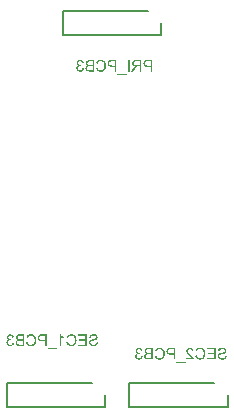
<source format=gbo>
G04*
G04 #@! TF.GenerationSoftware,Altium Limited,Altium Designer,21.7.2 (23)*
G04*
G04 Layer_Color=32896*
%FSAX25Y25*%
%MOIN*%
G70*
G04*
G04 #@! TF.SameCoordinates,C6185680-9DF1-42B3-8AB4-FD9FEACD6233*
G04*
G04*
G04 #@! TF.FilePolarity,Positive*
G04*
G01*
G75*
%ADD11C,0.00787*%
G36*
X0128831Y0125649D02*
X0128980Y0125621D01*
X0129111Y0125575D01*
X0129220Y0125530D01*
X0129265Y0125507D01*
X0129311Y0125484D01*
X0129345Y0125461D01*
X0129374Y0125438D01*
X0129397Y0125421D01*
X0129414Y0125410D01*
X0129425Y0125404D01*
X0129431Y0125398D01*
X0129534Y0125290D01*
X0129619Y0125175D01*
X0129688Y0125050D01*
X0129739Y0124936D01*
X0129773Y0124827D01*
X0129791Y0124782D01*
X0129802Y0124747D01*
X0129808Y0124713D01*
X0129813Y0124690D01*
X0129819Y0124673D01*
Y0124667D01*
X0129345Y0124582D01*
X0129322Y0124701D01*
X0129288Y0124804D01*
X0129248Y0124896D01*
X0129208Y0124970D01*
X0129174Y0125021D01*
X0129140Y0125061D01*
X0129117Y0125090D01*
X0129111Y0125095D01*
X0129037Y0125153D01*
X0128963Y0125198D01*
X0128888Y0125227D01*
X0128814Y0125250D01*
X0128751Y0125261D01*
X0128700Y0125273D01*
X0128654D01*
X0128551Y0125267D01*
X0128466Y0125244D01*
X0128386Y0125221D01*
X0128323Y0125187D01*
X0128266Y0125158D01*
X0128232Y0125130D01*
X0128203Y0125107D01*
X0128198Y0125101D01*
X0128140Y0125033D01*
X0128095Y0124964D01*
X0128066Y0124890D01*
X0128043Y0124821D01*
X0128032Y0124764D01*
X0128021Y0124719D01*
Y0124684D01*
Y0124679D01*
Y0124673D01*
Y0124616D01*
X0128032Y0124559D01*
X0128060Y0124462D01*
X0128100Y0124376D01*
X0128140Y0124308D01*
X0128186Y0124256D01*
X0128226Y0124216D01*
X0128255Y0124193D01*
X0128260Y0124188D01*
X0128266D01*
X0128357Y0124136D01*
X0128454Y0124096D01*
X0128540Y0124073D01*
X0128626Y0124051D01*
X0128700Y0124039D01*
X0128757Y0124033D01*
X0128831D01*
X0128854Y0124039D01*
X0128883D01*
X0128934Y0123622D01*
X0128860Y0123640D01*
X0128797Y0123651D01*
X0128740Y0123662D01*
X0128694Y0123668D01*
X0128654Y0123674D01*
X0128603D01*
X0128489Y0123662D01*
X0128380Y0123640D01*
X0128289Y0123605D01*
X0128215Y0123571D01*
X0128152Y0123531D01*
X0128106Y0123497D01*
X0128078Y0123474D01*
X0128066Y0123462D01*
X0127992Y0123377D01*
X0127941Y0123291D01*
X0127901Y0123200D01*
X0127878Y0123114D01*
X0127861Y0123040D01*
X0127855Y0122983D01*
X0127849Y0122960D01*
Y0122943D01*
Y0122931D01*
Y0122926D01*
X0127861Y0122806D01*
X0127883Y0122697D01*
X0127923Y0122600D01*
X0127963Y0122515D01*
X0128003Y0122452D01*
X0128043Y0122400D01*
X0128066Y0122372D01*
X0128078Y0122360D01*
X0128169Y0122286D01*
X0128260Y0122229D01*
X0128357Y0122189D01*
X0128443Y0122161D01*
X0128523Y0122143D01*
X0128586Y0122138D01*
X0128609Y0122132D01*
X0128643D01*
X0128746Y0122138D01*
X0128837Y0122161D01*
X0128917Y0122189D01*
X0128986Y0122223D01*
X0129043Y0122252D01*
X0129083Y0122281D01*
X0129105Y0122303D01*
X0129117Y0122309D01*
X0129185Y0122383D01*
X0129242Y0122475D01*
X0129288Y0122572D01*
X0129328Y0122669D01*
X0129357Y0122754D01*
X0129368Y0122794D01*
X0129374Y0122823D01*
X0129379Y0122852D01*
X0129385Y0122874D01*
X0129391Y0122886D01*
Y0122891D01*
X0129865Y0122829D01*
X0129853Y0122737D01*
X0129836Y0122657D01*
X0129785Y0122503D01*
X0129728Y0122366D01*
X0129659Y0122252D01*
X0129625Y0122206D01*
X0129596Y0122161D01*
X0129568Y0122126D01*
X0129539Y0122098D01*
X0129516Y0122069D01*
X0129499Y0122052D01*
X0129494Y0122046D01*
X0129488Y0122041D01*
X0129425Y0121989D01*
X0129357Y0121944D01*
X0129282Y0121904D01*
X0129214Y0121869D01*
X0129071Y0121818D01*
X0128940Y0121784D01*
X0128877Y0121767D01*
X0128820Y0121761D01*
X0128769Y0121755D01*
X0128728Y0121749D01*
X0128694Y0121744D01*
X0128643D01*
X0128540Y0121749D01*
X0128443Y0121761D01*
X0128352Y0121778D01*
X0128260Y0121801D01*
X0128180Y0121824D01*
X0128106Y0121852D01*
X0128032Y0121887D01*
X0127969Y0121921D01*
X0127912Y0121949D01*
X0127861Y0121984D01*
X0127821Y0122012D01*
X0127781Y0122041D01*
X0127758Y0122058D01*
X0127735Y0122075D01*
X0127724Y0122086D01*
X0127718Y0122092D01*
X0127655Y0122161D01*
X0127598Y0122229D01*
X0127547Y0122298D01*
X0127501Y0122372D01*
X0127467Y0122446D01*
X0127438Y0122515D01*
X0127392Y0122646D01*
X0127375Y0122709D01*
X0127364Y0122766D01*
X0127358Y0122817D01*
X0127352Y0122857D01*
X0127347Y0122897D01*
Y0122920D01*
Y0122937D01*
Y0122943D01*
X0127352Y0123074D01*
X0127375Y0123194D01*
X0127410Y0123303D01*
X0127444Y0123388D01*
X0127478Y0123462D01*
X0127512Y0123514D01*
X0127535Y0123548D01*
X0127541Y0123559D01*
X0127615Y0123645D01*
X0127701Y0123714D01*
X0127792Y0123771D01*
X0127872Y0123817D01*
X0127952Y0123845D01*
X0128009Y0123868D01*
X0128032Y0123874D01*
X0128049Y0123879D01*
X0128060Y0123885D01*
X0128066D01*
X0127975Y0123931D01*
X0127895Y0123988D01*
X0127826Y0124039D01*
X0127769Y0124091D01*
X0127729Y0124136D01*
X0127695Y0124170D01*
X0127678Y0124193D01*
X0127672Y0124205D01*
X0127627Y0124285D01*
X0127592Y0124365D01*
X0127569Y0124439D01*
X0127552Y0124513D01*
X0127541Y0124570D01*
X0127535Y0124622D01*
Y0124650D01*
Y0124662D01*
X0127541Y0124759D01*
X0127558Y0124850D01*
X0127581Y0124930D01*
X0127604Y0125004D01*
X0127632Y0125067D01*
X0127655Y0125113D01*
X0127672Y0125141D01*
X0127678Y0125153D01*
X0127735Y0125238D01*
X0127804Y0125307D01*
X0127872Y0125375D01*
X0127935Y0125427D01*
X0127998Y0125467D01*
X0128043Y0125501D01*
X0128078Y0125518D01*
X0128083Y0125524D01*
X0128089D01*
X0128192Y0125569D01*
X0128289Y0125604D01*
X0128386Y0125627D01*
X0128477Y0125644D01*
X0128551Y0125655D01*
X0128614Y0125661D01*
X0128751D01*
X0128831Y0125649D01*
D02*
G37*
G36*
X0145459Y0125564D02*
X0145527Y0125472D01*
X0145596Y0125387D01*
X0145664Y0125307D01*
X0145727Y0125238D01*
X0145779Y0125187D01*
X0145819Y0125153D01*
X0145824Y0125147D01*
X0145830Y0125141D01*
X0145944Y0125044D01*
X0146058Y0124959D01*
X0146173Y0124884D01*
X0146281Y0124821D01*
X0146372Y0124770D01*
X0146412Y0124747D01*
X0146447Y0124730D01*
X0146475Y0124713D01*
X0146498Y0124701D01*
X0146510Y0124696D01*
X0146515D01*
Y0124239D01*
X0146430Y0124273D01*
X0146344Y0124313D01*
X0146264Y0124347D01*
X0146190Y0124388D01*
X0146121Y0124422D01*
X0146070Y0124450D01*
X0146036Y0124473D01*
X0146030Y0124479D01*
X0146024D01*
X0145927Y0124542D01*
X0145836Y0124599D01*
X0145756Y0124656D01*
X0145693Y0124701D01*
X0145642Y0124747D01*
X0145602Y0124776D01*
X0145579Y0124799D01*
X0145573Y0124804D01*
Y0121807D01*
X0145099D01*
Y0125661D01*
X0145407D01*
X0145459Y0125564D01*
D02*
G37*
G36*
X0149085Y0125707D02*
X0149256Y0125684D01*
X0149416Y0125644D01*
X0149484Y0125621D01*
X0149553Y0125604D01*
X0149610Y0125581D01*
X0149667Y0125558D01*
X0149713Y0125541D01*
X0149753Y0125518D01*
X0149787Y0125507D01*
X0149810Y0125495D01*
X0149821Y0125484D01*
X0149827D01*
X0149975Y0125387D01*
X0150107Y0125278D01*
X0150221Y0125164D01*
X0150312Y0125056D01*
X0150381Y0124959D01*
X0150409Y0124913D01*
X0150438Y0124879D01*
X0150455Y0124844D01*
X0150467Y0124821D01*
X0150478Y0124810D01*
Y0124804D01*
X0150552Y0124633D01*
X0150609Y0124456D01*
X0150649Y0124279D01*
X0150678Y0124113D01*
X0150689Y0124039D01*
X0150695Y0123971D01*
X0150701Y0123914D01*
Y0123862D01*
X0150706Y0123817D01*
Y0123788D01*
Y0123765D01*
Y0123759D01*
X0150695Y0123554D01*
X0150672Y0123365D01*
X0150644Y0123188D01*
X0150626Y0123108D01*
X0150603Y0123034D01*
X0150586Y0122966D01*
X0150569Y0122909D01*
X0150552Y0122852D01*
X0150535Y0122811D01*
X0150524Y0122772D01*
X0150512Y0122749D01*
X0150506Y0122732D01*
Y0122726D01*
X0150421Y0122555D01*
X0150329Y0122412D01*
X0150227Y0122286D01*
X0150130Y0122183D01*
X0150044Y0122098D01*
X0150010Y0122069D01*
X0149975Y0122041D01*
X0149947Y0122023D01*
X0149930Y0122006D01*
X0149918Y0122001D01*
X0149913Y0121995D01*
X0149838Y0121949D01*
X0149759Y0121915D01*
X0149593Y0121852D01*
X0149422Y0121807D01*
X0149262Y0121778D01*
X0149188Y0121767D01*
X0149119Y0121755D01*
X0149056Y0121749D01*
X0149005D01*
X0148959Y0121744D01*
X0148902D01*
X0148793Y0121749D01*
X0148685Y0121755D01*
X0148588Y0121772D01*
X0148491Y0121795D01*
X0148399Y0121818D01*
X0148319Y0121846D01*
X0148240Y0121875D01*
X0148171Y0121909D01*
X0148103Y0121938D01*
X0148051Y0121966D01*
X0148000Y0121995D01*
X0147960Y0122018D01*
X0147925Y0122041D01*
X0147903Y0122058D01*
X0147891Y0122064D01*
X0147886Y0122069D01*
X0147811Y0122132D01*
X0147743Y0122206D01*
X0147680Y0122281D01*
X0147617Y0122360D01*
X0147520Y0122515D01*
X0147440Y0122669D01*
X0147406Y0122743D01*
X0147383Y0122806D01*
X0147360Y0122869D01*
X0147337Y0122920D01*
X0147326Y0122966D01*
X0147315Y0122994D01*
X0147309Y0123017D01*
Y0123023D01*
X0147817Y0123154D01*
X0147863Y0122983D01*
X0147925Y0122834D01*
X0147994Y0122709D01*
X0148063Y0122606D01*
X0148125Y0122526D01*
X0148148Y0122497D01*
X0148177Y0122469D01*
X0148194Y0122452D01*
X0148211Y0122435D01*
X0148217Y0122429D01*
X0148222Y0122423D01*
X0148280Y0122378D01*
X0148337Y0122343D01*
X0148462Y0122281D01*
X0148582Y0122240D01*
X0148691Y0122206D01*
X0148793Y0122189D01*
X0148833Y0122183D01*
X0148873D01*
X0148902Y0122178D01*
X0148942D01*
X0149073Y0122183D01*
X0149193Y0122206D01*
X0149307Y0122235D01*
X0149404Y0122269D01*
X0149484Y0122298D01*
X0149547Y0122326D01*
X0149570Y0122338D01*
X0149587Y0122349D01*
X0149593Y0122355D01*
X0149599D01*
X0149701Y0122429D01*
X0149793Y0122520D01*
X0149867Y0122606D01*
X0149930Y0122697D01*
X0149975Y0122777D01*
X0150010Y0122846D01*
X0150021Y0122869D01*
X0150032Y0122886D01*
X0150038Y0122897D01*
Y0122903D01*
X0150084Y0123046D01*
X0150118Y0123188D01*
X0150147Y0123337D01*
X0150164Y0123468D01*
X0150170Y0123531D01*
X0150175Y0123582D01*
Y0123634D01*
X0150181Y0123679D01*
Y0123714D01*
Y0123737D01*
Y0123754D01*
Y0123759D01*
X0150175Y0123902D01*
X0150164Y0124033D01*
X0150141Y0124159D01*
X0150118Y0124273D01*
X0150101Y0124365D01*
X0150090Y0124405D01*
X0150078Y0124433D01*
X0150073Y0124462D01*
X0150067Y0124479D01*
X0150061Y0124490D01*
Y0124496D01*
X0150010Y0124622D01*
X0149947Y0124736D01*
X0149878Y0124833D01*
X0149810Y0124918D01*
X0149747Y0124981D01*
X0149690Y0125027D01*
X0149656Y0125056D01*
X0149650Y0125067D01*
X0149644D01*
X0149524Y0125141D01*
X0149404Y0125193D01*
X0149279Y0125233D01*
X0149159Y0125255D01*
X0149056Y0125273D01*
X0149016Y0125278D01*
X0148976D01*
X0148948Y0125284D01*
X0148902D01*
X0148765Y0125278D01*
X0148639Y0125255D01*
X0148531Y0125221D01*
X0148440Y0125187D01*
X0148365Y0125153D01*
X0148314Y0125118D01*
X0148280Y0125095D01*
X0148268Y0125090D01*
X0148177Y0125010D01*
X0148097Y0124913D01*
X0148028Y0124810D01*
X0147977Y0124713D01*
X0147931Y0124622D01*
X0147914Y0124582D01*
X0147897Y0124547D01*
X0147886Y0124519D01*
X0147880Y0124496D01*
X0147874Y0124485D01*
Y0124479D01*
X0147372Y0124599D01*
X0147406Y0124696D01*
X0147440Y0124787D01*
X0147480Y0124873D01*
X0147526Y0124953D01*
X0147572Y0125027D01*
X0147617Y0125090D01*
X0147663Y0125153D01*
X0147709Y0125210D01*
X0147754Y0125255D01*
X0147794Y0125301D01*
X0147828Y0125335D01*
X0147863Y0125370D01*
X0147886Y0125392D01*
X0147908Y0125410D01*
X0147920Y0125415D01*
X0147925Y0125421D01*
X0148000Y0125472D01*
X0148080Y0125518D01*
X0148160Y0125558D01*
X0148240Y0125592D01*
X0148405Y0125644D01*
X0148554Y0125684D01*
X0148628Y0125695D01*
X0148691Y0125701D01*
X0148748Y0125707D01*
X0148799Y0125712D01*
X0148839Y0125718D01*
X0148896D01*
X0149085Y0125707D01*
D02*
G37*
G36*
X0135655D02*
X0135826Y0125684D01*
X0135986Y0125644D01*
X0136055Y0125621D01*
X0136123Y0125604D01*
X0136180Y0125581D01*
X0136237Y0125558D01*
X0136283Y0125541D01*
X0136323Y0125518D01*
X0136357Y0125507D01*
X0136380Y0125495D01*
X0136391Y0125484D01*
X0136397D01*
X0136546Y0125387D01*
X0136677Y0125278D01*
X0136791Y0125164D01*
X0136882Y0125056D01*
X0136951Y0124959D01*
X0136979Y0124913D01*
X0137008Y0124879D01*
X0137025Y0124844D01*
X0137037Y0124821D01*
X0137048Y0124810D01*
Y0124804D01*
X0137122Y0124633D01*
X0137179Y0124456D01*
X0137219Y0124279D01*
X0137248Y0124113D01*
X0137259Y0124039D01*
X0137265Y0123971D01*
X0137271Y0123914D01*
Y0123862D01*
X0137276Y0123817D01*
Y0123788D01*
Y0123765D01*
Y0123759D01*
X0137265Y0123554D01*
X0137242Y0123365D01*
X0137214Y0123188D01*
X0137197Y0123108D01*
X0137174Y0123034D01*
X0137156Y0122966D01*
X0137139Y0122909D01*
X0137122Y0122852D01*
X0137105Y0122811D01*
X0137094Y0122772D01*
X0137082Y0122749D01*
X0137076Y0122732D01*
Y0122726D01*
X0136991Y0122555D01*
X0136899Y0122412D01*
X0136797Y0122286D01*
X0136700Y0122183D01*
X0136614Y0122098D01*
X0136580Y0122069D01*
X0136546Y0122041D01*
X0136517Y0122023D01*
X0136500Y0122006D01*
X0136488Y0122001D01*
X0136483Y0121995D01*
X0136408Y0121949D01*
X0136328Y0121915D01*
X0136163Y0121852D01*
X0135992Y0121807D01*
X0135832Y0121778D01*
X0135758Y0121767D01*
X0135689Y0121755D01*
X0135626Y0121749D01*
X0135575D01*
X0135529Y0121744D01*
X0135472D01*
X0135364Y0121749D01*
X0135255Y0121755D01*
X0135158Y0121772D01*
X0135061Y0121795D01*
X0134970Y0121818D01*
X0134890Y0121846D01*
X0134810Y0121875D01*
X0134741Y0121909D01*
X0134673Y0121938D01*
X0134621Y0121966D01*
X0134570Y0121995D01*
X0134530Y0122018D01*
X0134496Y0122041D01*
X0134473Y0122058D01*
X0134461Y0122064D01*
X0134456Y0122069D01*
X0134381Y0122132D01*
X0134313Y0122206D01*
X0134250Y0122281D01*
X0134187Y0122360D01*
X0134090Y0122515D01*
X0134010Y0122669D01*
X0133976Y0122743D01*
X0133953Y0122806D01*
X0133930Y0122869D01*
X0133907Y0122920D01*
X0133896Y0122966D01*
X0133885Y0122994D01*
X0133879Y0123017D01*
Y0123023D01*
X0134387Y0123154D01*
X0134433Y0122983D01*
X0134496Y0122834D01*
X0134564Y0122709D01*
X0134633Y0122606D01*
X0134695Y0122526D01*
X0134718Y0122497D01*
X0134747Y0122469D01*
X0134764Y0122452D01*
X0134781Y0122435D01*
X0134787Y0122429D01*
X0134793Y0122423D01*
X0134850Y0122378D01*
X0134907Y0122343D01*
X0135032Y0122281D01*
X0135152Y0122240D01*
X0135261Y0122206D01*
X0135364Y0122189D01*
X0135404Y0122183D01*
X0135443D01*
X0135472Y0122178D01*
X0135512D01*
X0135643Y0122183D01*
X0135763Y0122206D01*
X0135877Y0122235D01*
X0135975Y0122269D01*
X0136055Y0122298D01*
X0136117Y0122326D01*
X0136140Y0122338D01*
X0136157Y0122349D01*
X0136163Y0122355D01*
X0136169D01*
X0136271Y0122429D01*
X0136363Y0122520D01*
X0136437Y0122606D01*
X0136500Y0122697D01*
X0136546Y0122777D01*
X0136580Y0122846D01*
X0136591Y0122869D01*
X0136603Y0122886D01*
X0136608Y0122897D01*
Y0122903D01*
X0136654Y0123046D01*
X0136688Y0123188D01*
X0136717Y0123337D01*
X0136734Y0123468D01*
X0136740Y0123531D01*
X0136745Y0123582D01*
Y0123634D01*
X0136751Y0123679D01*
Y0123714D01*
Y0123737D01*
Y0123754D01*
Y0123759D01*
X0136745Y0123902D01*
X0136734Y0124033D01*
X0136711Y0124159D01*
X0136688Y0124273D01*
X0136671Y0124365D01*
X0136660Y0124405D01*
X0136648Y0124433D01*
X0136643Y0124462D01*
X0136637Y0124479D01*
X0136631Y0124490D01*
Y0124496D01*
X0136580Y0124622D01*
X0136517Y0124736D01*
X0136449Y0124833D01*
X0136380Y0124918D01*
X0136317Y0124981D01*
X0136260Y0125027D01*
X0136226Y0125056D01*
X0136220Y0125067D01*
X0136214D01*
X0136094Y0125141D01*
X0135975Y0125193D01*
X0135849Y0125233D01*
X0135729Y0125255D01*
X0135626Y0125273D01*
X0135586Y0125278D01*
X0135546D01*
X0135518Y0125284D01*
X0135472D01*
X0135335Y0125278D01*
X0135209Y0125255D01*
X0135101Y0125221D01*
X0135010Y0125187D01*
X0134935Y0125153D01*
X0134884Y0125118D01*
X0134850Y0125095D01*
X0134838Y0125090D01*
X0134747Y0125010D01*
X0134667Y0124913D01*
X0134598Y0124810D01*
X0134547Y0124713D01*
X0134501Y0124622D01*
X0134484Y0124582D01*
X0134467Y0124547D01*
X0134456Y0124519D01*
X0134450Y0124496D01*
X0134444Y0124485D01*
Y0124479D01*
X0133942Y0124599D01*
X0133976Y0124696D01*
X0134010Y0124787D01*
X0134050Y0124873D01*
X0134096Y0124953D01*
X0134142Y0125027D01*
X0134187Y0125090D01*
X0134233Y0125153D01*
X0134279Y0125210D01*
X0134324Y0125255D01*
X0134364Y0125301D01*
X0134399Y0125335D01*
X0134433Y0125370D01*
X0134456Y0125392D01*
X0134478Y0125410D01*
X0134490Y0125415D01*
X0134496Y0125421D01*
X0134570Y0125472D01*
X0134650Y0125518D01*
X0134730Y0125558D01*
X0134810Y0125592D01*
X0134975Y0125644D01*
X0135124Y0125684D01*
X0135198Y0125695D01*
X0135261Y0125701D01*
X0135318Y0125707D01*
X0135369Y0125712D01*
X0135409Y0125718D01*
X0135466D01*
X0135655Y0125707D01*
D02*
G37*
G36*
X0154132Y0121807D02*
X0151260D01*
Y0122258D01*
X0153624D01*
Y0123571D01*
X0151494D01*
Y0124022D01*
X0153624D01*
Y0125198D01*
X0151351D01*
Y0125649D01*
X0154132D01*
Y0121807D01*
D02*
G37*
G36*
X0140708D02*
X0140200D01*
Y0123371D01*
X0139218D01*
X0139069Y0123377D01*
X0138938Y0123388D01*
X0138812Y0123400D01*
X0138698Y0123423D01*
X0138595Y0123451D01*
X0138504Y0123480D01*
X0138424Y0123508D01*
X0138350Y0123542D01*
X0138287Y0123571D01*
X0138236Y0123600D01*
X0138190Y0123628D01*
X0138156Y0123657D01*
X0138127Y0123679D01*
X0138110Y0123691D01*
X0138099Y0123702D01*
X0138093Y0123708D01*
X0138036Y0123771D01*
X0137990Y0123839D01*
X0137944Y0123908D01*
X0137910Y0123982D01*
X0137853Y0124119D01*
X0137819Y0124250D01*
X0137807Y0124308D01*
X0137796Y0124365D01*
X0137790Y0124410D01*
X0137785Y0124456D01*
X0137779Y0124490D01*
Y0124513D01*
Y0124530D01*
Y0124536D01*
X0137785Y0124639D01*
X0137796Y0124741D01*
X0137819Y0124827D01*
X0137836Y0124907D01*
X0137859Y0124970D01*
X0137882Y0125021D01*
X0137893Y0125050D01*
X0137899Y0125061D01*
X0137944Y0125147D01*
X0137996Y0125221D01*
X0138047Y0125284D01*
X0138093Y0125335D01*
X0138139Y0125381D01*
X0138173Y0125410D01*
X0138196Y0125427D01*
X0138207Y0125432D01*
X0138281Y0125478D01*
X0138361Y0125518D01*
X0138441Y0125547D01*
X0138515Y0125569D01*
X0138578Y0125587D01*
X0138635Y0125598D01*
X0138670Y0125609D01*
X0138681D01*
X0138761Y0125621D01*
X0138858Y0125632D01*
X0138955Y0125638D01*
X0139047Y0125644D01*
X0139132Y0125649D01*
X0140708D01*
Y0121807D01*
D02*
G37*
G36*
X0133274D02*
X0131812D01*
X0131681Y0121812D01*
X0131561Y0121818D01*
X0131458Y0121829D01*
X0131367Y0121841D01*
X0131292Y0121852D01*
X0131241Y0121858D01*
X0131207Y0121869D01*
X0131195D01*
X0131104Y0121898D01*
X0131018Y0121926D01*
X0130950Y0121955D01*
X0130887Y0121989D01*
X0130841Y0122012D01*
X0130801Y0122035D01*
X0130778Y0122052D01*
X0130773Y0122058D01*
X0130710Y0122109D01*
X0130653Y0122166D01*
X0130607Y0122223D01*
X0130567Y0122281D01*
X0130533Y0122332D01*
X0130510Y0122372D01*
X0130493Y0122400D01*
X0130487Y0122412D01*
X0130447Y0122503D01*
X0130419Y0122589D01*
X0130402Y0122675D01*
X0130384Y0122754D01*
X0130379Y0122823D01*
X0130373Y0122874D01*
Y0122909D01*
Y0122914D01*
Y0122920D01*
X0130379Y0123040D01*
X0130402Y0123148D01*
X0130436Y0123246D01*
X0130470Y0123331D01*
X0130504Y0123400D01*
X0130539Y0123451D01*
X0130561Y0123485D01*
X0130567Y0123497D01*
X0130641Y0123582D01*
X0130733Y0123657D01*
X0130818Y0123719D01*
X0130904Y0123771D01*
X0130984Y0123805D01*
X0131047Y0123834D01*
X0131070Y0123839D01*
X0131087Y0123845D01*
X0131098Y0123851D01*
X0131104D01*
X0131007Y0123902D01*
X0130927Y0123959D01*
X0130853Y0124016D01*
X0130796Y0124073D01*
X0130756Y0124125D01*
X0130721Y0124165D01*
X0130704Y0124188D01*
X0130699Y0124199D01*
X0130653Y0124279D01*
X0130619Y0124365D01*
X0130596Y0124439D01*
X0130579Y0124513D01*
X0130567Y0124570D01*
X0130561Y0124622D01*
Y0124650D01*
Y0124662D01*
X0130567Y0124759D01*
X0130584Y0124856D01*
X0130613Y0124941D01*
X0130636Y0125016D01*
X0130664Y0125078D01*
X0130693Y0125130D01*
X0130710Y0125158D01*
X0130716Y0125170D01*
X0130778Y0125255D01*
X0130841Y0125330D01*
X0130910Y0125392D01*
X0130978Y0125444D01*
X0131041Y0125478D01*
X0131087Y0125507D01*
X0131121Y0125524D01*
X0131127Y0125530D01*
X0131132D01*
X0131235Y0125569D01*
X0131355Y0125598D01*
X0131469Y0125621D01*
X0131583Y0125632D01*
X0131681Y0125644D01*
X0131726D01*
X0131761Y0125649D01*
X0133274D01*
Y0121807D01*
D02*
G37*
G36*
X0156536Y0125712D02*
X0156668Y0125695D01*
X0156788Y0125678D01*
X0156896Y0125655D01*
X0156982Y0125627D01*
X0157016Y0125615D01*
X0157044Y0125609D01*
X0157067Y0125598D01*
X0157084Y0125592D01*
X0157096Y0125587D01*
X0157102D01*
X0157216Y0125535D01*
X0157313Y0125472D01*
X0157393Y0125404D01*
X0157461Y0125341D01*
X0157518Y0125284D01*
X0157558Y0125238D01*
X0157581Y0125210D01*
X0157587Y0125204D01*
Y0125198D01*
X0157638Y0125101D01*
X0157678Y0125010D01*
X0157707Y0124918D01*
X0157724Y0124833D01*
X0157735Y0124759D01*
X0157747Y0124707D01*
Y0124684D01*
Y0124667D01*
Y0124662D01*
Y0124656D01*
X0157741Y0124559D01*
X0157724Y0124467D01*
X0157707Y0124382D01*
X0157678Y0124313D01*
X0157655Y0124256D01*
X0157638Y0124211D01*
X0157621Y0124182D01*
X0157615Y0124170D01*
X0157558Y0124096D01*
X0157495Y0124028D01*
X0157427Y0123965D01*
X0157359Y0123914D01*
X0157296Y0123874D01*
X0157250Y0123845D01*
X0157216Y0123822D01*
X0157210Y0123817D01*
X0157204D01*
X0157159Y0123794D01*
X0157113Y0123771D01*
X0156999Y0123731D01*
X0156879Y0123691D01*
X0156753Y0123657D01*
X0156639Y0123622D01*
X0156593Y0123611D01*
X0156548Y0123600D01*
X0156513Y0123588D01*
X0156485Y0123582D01*
X0156468Y0123577D01*
X0156462D01*
X0156365Y0123554D01*
X0156279Y0123531D01*
X0156199Y0123514D01*
X0156131Y0123497D01*
X0156068Y0123480D01*
X0156011Y0123462D01*
X0155965Y0123445D01*
X0155920Y0123434D01*
X0155885Y0123423D01*
X0155851Y0123417D01*
X0155811Y0123400D01*
X0155782Y0123394D01*
X0155777Y0123388D01*
X0155691Y0123354D01*
X0155617Y0123314D01*
X0155560Y0123274D01*
X0155508Y0123240D01*
X0155474Y0123205D01*
X0155446Y0123183D01*
X0155434Y0123166D01*
X0155429Y0123160D01*
X0155394Y0123108D01*
X0155371Y0123057D01*
X0155349Y0123006D01*
X0155337Y0122954D01*
X0155331Y0122909D01*
X0155326Y0122874D01*
Y0122852D01*
Y0122846D01*
X0155331Y0122783D01*
X0155343Y0122720D01*
X0155360Y0122663D01*
X0155383Y0122612D01*
X0155406Y0122572D01*
X0155423Y0122543D01*
X0155434Y0122520D01*
X0155440Y0122515D01*
X0155486Y0122463D01*
X0155537Y0122417D01*
X0155594Y0122378D01*
X0155646Y0122343D01*
X0155697Y0122315D01*
X0155737Y0122298D01*
X0155760Y0122286D01*
X0155771Y0122281D01*
X0155857Y0122252D01*
X0155942Y0122229D01*
X0156028Y0122218D01*
X0156108Y0122206D01*
X0156176Y0122201D01*
X0156228Y0122195D01*
X0156279D01*
X0156399Y0122201D01*
X0156508Y0122212D01*
X0156611Y0122229D01*
X0156696Y0122252D01*
X0156765Y0122275D01*
X0156822Y0122292D01*
X0156856Y0122303D01*
X0156862Y0122309D01*
X0156867D01*
X0156959Y0122355D01*
X0157039Y0122406D01*
X0157107Y0122452D01*
X0157159Y0122503D01*
X0157204Y0122543D01*
X0157233Y0122577D01*
X0157250Y0122600D01*
X0157256Y0122606D01*
X0157296Y0122680D01*
X0157330Y0122760D01*
X0157359Y0122840D01*
X0157381Y0122914D01*
X0157393Y0122983D01*
X0157404Y0123040D01*
X0157410Y0123074D01*
Y0123080D01*
Y0123086D01*
X0157889Y0123046D01*
X0157878Y0122903D01*
X0157855Y0122772D01*
X0157821Y0122657D01*
X0157787Y0122555D01*
X0157747Y0122469D01*
X0157730Y0122435D01*
X0157712Y0122406D01*
X0157701Y0122378D01*
X0157690Y0122360D01*
X0157684Y0122355D01*
Y0122349D01*
X0157604Y0122240D01*
X0157513Y0122149D01*
X0157421Y0122069D01*
X0157330Y0122006D01*
X0157250Y0121955D01*
X0157187Y0121921D01*
X0157164Y0121909D01*
X0157147Y0121898D01*
X0157136Y0121892D01*
X0157130D01*
X0156993Y0121841D01*
X0156845Y0121807D01*
X0156696Y0121778D01*
X0156559Y0121761D01*
X0156496Y0121755D01*
X0156439Y0121749D01*
X0156388D01*
X0156342Y0121744D01*
X0156256D01*
X0156108Y0121749D01*
X0155965Y0121767D01*
X0155845Y0121789D01*
X0155731Y0121818D01*
X0155646Y0121846D01*
X0155605Y0121858D01*
X0155577Y0121869D01*
X0155554Y0121881D01*
X0155537Y0121887D01*
X0155526Y0121892D01*
X0155520D01*
X0155400Y0121955D01*
X0155303Y0122018D01*
X0155211Y0122092D01*
X0155143Y0122155D01*
X0155086Y0122218D01*
X0155046Y0122263D01*
X0155017Y0122298D01*
X0155012Y0122303D01*
Y0122309D01*
X0154955Y0122412D01*
X0154909Y0122515D01*
X0154880Y0122612D01*
X0154858Y0122703D01*
X0154846Y0122777D01*
X0154835Y0122840D01*
Y0122863D01*
Y0122880D01*
Y0122886D01*
Y0122891D01*
X0154840Y0123006D01*
X0154858Y0123108D01*
X0154886Y0123200D01*
X0154915Y0123280D01*
X0154943Y0123343D01*
X0154972Y0123394D01*
X0154989Y0123423D01*
X0154994Y0123434D01*
X0155063Y0123520D01*
X0155137Y0123600D01*
X0155223Y0123662D01*
X0155303Y0123719D01*
X0155377Y0123765D01*
X0155434Y0123799D01*
X0155457Y0123811D01*
X0155474Y0123822D01*
X0155486Y0123828D01*
X0155491D01*
X0155537Y0123845D01*
X0155594Y0123868D01*
X0155657Y0123891D01*
X0155720Y0123908D01*
X0155862Y0123948D01*
X0156000Y0123988D01*
X0156131Y0124016D01*
X0156188Y0124033D01*
X0156239Y0124045D01*
X0156285Y0124056D01*
X0156314Y0124062D01*
X0156336Y0124068D01*
X0156342D01*
X0156451Y0124096D01*
X0156553Y0124119D01*
X0156645Y0124148D01*
X0156725Y0124170D01*
X0156793Y0124193D01*
X0156856Y0124222D01*
X0156913Y0124239D01*
X0156959Y0124262D01*
X0156999Y0124279D01*
X0157027Y0124296D01*
X0157056Y0124313D01*
X0157073Y0124325D01*
X0157102Y0124342D01*
X0157107Y0124347D01*
X0157159Y0124399D01*
X0157193Y0124456D01*
X0157221Y0124513D01*
X0157239Y0124565D01*
X0157250Y0124610D01*
X0157256Y0124650D01*
Y0124673D01*
Y0124684D01*
X0157244Y0124770D01*
X0157221Y0124850D01*
X0157187Y0124918D01*
X0157147Y0124981D01*
X0157113Y0125027D01*
X0157079Y0125067D01*
X0157056Y0125090D01*
X0157044Y0125095D01*
X0157004Y0125124D01*
X0156953Y0125153D01*
X0156850Y0125193D01*
X0156742Y0125227D01*
X0156633Y0125244D01*
X0156530Y0125255D01*
X0156491Y0125261D01*
X0156451Y0125267D01*
X0156376D01*
X0156222Y0125261D01*
X0156085Y0125238D01*
X0155965Y0125210D01*
X0155874Y0125175D01*
X0155800Y0125136D01*
X0155743Y0125107D01*
X0155714Y0125084D01*
X0155703Y0125078D01*
X0155623Y0125004D01*
X0155566Y0124918D01*
X0155520Y0124827D01*
X0155480Y0124741D01*
X0155457Y0124662D01*
X0155446Y0124593D01*
X0155440Y0124570D01*
X0155434Y0124553D01*
Y0124542D01*
Y0124536D01*
X0154949Y0124570D01*
X0154960Y0124690D01*
X0154989Y0124804D01*
X0155017Y0124907D01*
X0155052Y0124998D01*
X0155086Y0125067D01*
X0155114Y0125124D01*
X0155137Y0125158D01*
X0155143Y0125170D01*
X0155211Y0125267D01*
X0155291Y0125347D01*
X0155377Y0125415D01*
X0155457Y0125472D01*
X0155531Y0125518D01*
X0155588Y0125552D01*
X0155611Y0125564D01*
X0155628Y0125569D01*
X0155640Y0125575D01*
X0155646D01*
X0155771Y0125621D01*
X0155902Y0125655D01*
X0156028Y0125684D01*
X0156142Y0125701D01*
X0156245Y0125712D01*
X0156291D01*
X0156325Y0125718D01*
X0156399D01*
X0156536Y0125712D01*
D02*
G37*
G36*
X0144191Y0120739D02*
X0141068D01*
Y0121081D01*
X0144191D01*
Y0120739D01*
D02*
G37*
G36*
X0171745Y0121122D02*
X0171893Y0121093D01*
X0172025Y0121048D01*
X0172133Y0121002D01*
X0172179Y0120979D01*
X0172224Y0120956D01*
X0172259Y0120933D01*
X0172287Y0120911D01*
X0172310Y0120893D01*
X0172327Y0120882D01*
X0172338Y0120876D01*
X0172344Y0120871D01*
X0172447Y0120762D01*
X0172533Y0120648D01*
X0172601Y0120522D01*
X0172653Y0120408D01*
X0172687Y0120300D01*
X0172704Y0120254D01*
X0172715Y0120220D01*
X0172721Y0120185D01*
X0172727Y0120163D01*
X0172732Y0120145D01*
Y0120140D01*
X0172259Y0120054D01*
X0172236Y0120174D01*
X0172202Y0120277D01*
X0172161Y0120368D01*
X0172122Y0120442D01*
X0172087Y0120494D01*
X0172053Y0120534D01*
X0172030Y0120562D01*
X0172025Y0120568D01*
X0171950Y0120625D01*
X0171876Y0120671D01*
X0171802Y0120699D01*
X0171728Y0120722D01*
X0171665Y0120733D01*
X0171613Y0120745D01*
X0171568D01*
X0171465Y0120739D01*
X0171379Y0120716D01*
X0171299Y0120694D01*
X0171237Y0120659D01*
X0171179Y0120631D01*
X0171145Y0120602D01*
X0171117Y0120579D01*
X0171111Y0120574D01*
X0171054Y0120505D01*
X0171008Y0120437D01*
X0170980Y0120362D01*
X0170957Y0120294D01*
X0170945Y0120237D01*
X0170934Y0120191D01*
Y0120157D01*
Y0120151D01*
Y0120145D01*
Y0120088D01*
X0170945Y0120031D01*
X0170974Y0119934D01*
X0171014Y0119849D01*
X0171054Y0119780D01*
X0171099Y0119729D01*
X0171139Y0119689D01*
X0171168Y0119666D01*
X0171174Y0119660D01*
X0171179D01*
X0171271Y0119609D01*
X0171368Y0119569D01*
X0171453Y0119546D01*
X0171539Y0119523D01*
X0171613Y0119512D01*
X0171670Y0119506D01*
X0171745D01*
X0171767Y0119512D01*
X0171796D01*
X0171847Y0119095D01*
X0171773Y0119112D01*
X0171710Y0119123D01*
X0171653Y0119135D01*
X0171608Y0119141D01*
X0171568Y0119146D01*
X0171516D01*
X0171402Y0119135D01*
X0171294Y0119112D01*
X0171202Y0119078D01*
X0171128Y0119043D01*
X0171065Y0119003D01*
X0171019Y0118969D01*
X0170991Y0118946D01*
X0170980Y0118935D01*
X0170905Y0118849D01*
X0170854Y0118764D01*
X0170814Y0118672D01*
X0170791Y0118587D01*
X0170774Y0118512D01*
X0170768Y0118455D01*
X0170763Y0118432D01*
Y0118415D01*
Y0118404D01*
Y0118398D01*
X0170774Y0118278D01*
X0170797Y0118170D01*
X0170837Y0118073D01*
X0170877Y0117987D01*
X0170917Y0117924D01*
X0170957Y0117873D01*
X0170980Y0117844D01*
X0170991Y0117833D01*
X0171082Y0117759D01*
X0171174Y0117701D01*
X0171271Y0117662D01*
X0171356Y0117633D01*
X0171436Y0117616D01*
X0171499Y0117610D01*
X0171522Y0117604D01*
X0171556D01*
X0171659Y0117610D01*
X0171750Y0117633D01*
X0171830Y0117662D01*
X0171899Y0117696D01*
X0171956Y0117724D01*
X0171996Y0117753D01*
X0172019Y0117776D01*
X0172030Y0117781D01*
X0172099Y0117856D01*
X0172156Y0117947D01*
X0172202Y0118044D01*
X0172241Y0118141D01*
X0172270Y0118227D01*
X0172281Y0118267D01*
X0172287Y0118295D01*
X0172293Y0118324D01*
X0172299Y0118347D01*
X0172304Y0118358D01*
Y0118364D01*
X0172778Y0118301D01*
X0172767Y0118210D01*
X0172750Y0118130D01*
X0172698Y0117976D01*
X0172641Y0117839D01*
X0172573Y0117724D01*
X0172538Y0117679D01*
X0172510Y0117633D01*
X0172481Y0117599D01*
X0172453Y0117570D01*
X0172430Y0117542D01*
X0172413Y0117525D01*
X0172407Y0117519D01*
X0172401Y0117513D01*
X0172338Y0117462D01*
X0172270Y0117416D01*
X0172196Y0117376D01*
X0172127Y0117342D01*
X0171985Y0117290D01*
X0171853Y0117256D01*
X0171790Y0117239D01*
X0171733Y0117233D01*
X0171682Y0117228D01*
X0171642Y0117222D01*
X0171608Y0117216D01*
X0171556D01*
X0171453Y0117222D01*
X0171356Y0117233D01*
X0171265Y0117251D01*
X0171174Y0117273D01*
X0171094Y0117296D01*
X0171019Y0117325D01*
X0170945Y0117359D01*
X0170882Y0117393D01*
X0170825Y0117422D01*
X0170774Y0117456D01*
X0170734Y0117485D01*
X0170694Y0117513D01*
X0170671Y0117530D01*
X0170648Y0117547D01*
X0170637Y0117559D01*
X0170631Y0117564D01*
X0170568Y0117633D01*
X0170511Y0117701D01*
X0170460Y0117770D01*
X0170414Y0117844D01*
X0170380Y0117919D01*
X0170352Y0117987D01*
X0170306Y0118118D01*
X0170289Y0118181D01*
X0170277Y0118238D01*
X0170272Y0118290D01*
X0170266Y0118330D01*
X0170260Y0118370D01*
Y0118393D01*
Y0118410D01*
Y0118415D01*
X0170266Y0118547D01*
X0170289Y0118667D01*
X0170323Y0118775D01*
X0170357Y0118861D01*
X0170391Y0118935D01*
X0170426Y0118986D01*
X0170449Y0119021D01*
X0170454Y0119032D01*
X0170528Y0119118D01*
X0170614Y0119186D01*
X0170705Y0119243D01*
X0170785Y0119289D01*
X0170865Y0119317D01*
X0170923Y0119340D01*
X0170945Y0119346D01*
X0170962Y0119352D01*
X0170974Y0119357D01*
X0170980D01*
X0170888Y0119403D01*
X0170808Y0119460D01*
X0170740Y0119512D01*
X0170683Y0119563D01*
X0170643Y0119609D01*
X0170608Y0119643D01*
X0170591Y0119666D01*
X0170586Y0119677D01*
X0170540Y0119757D01*
X0170506Y0119837D01*
X0170483Y0119911D01*
X0170466Y0119985D01*
X0170454Y0120043D01*
X0170449Y0120094D01*
Y0120123D01*
Y0120134D01*
X0170454Y0120231D01*
X0170471Y0120322D01*
X0170494Y0120402D01*
X0170517Y0120477D01*
X0170546Y0120539D01*
X0170568Y0120585D01*
X0170586Y0120614D01*
X0170591Y0120625D01*
X0170648Y0120711D01*
X0170717Y0120779D01*
X0170785Y0120848D01*
X0170848Y0120899D01*
X0170911Y0120939D01*
X0170957Y0120973D01*
X0170991Y0120991D01*
X0170997Y0120996D01*
X0171002D01*
X0171105Y0121042D01*
X0171202Y0121076D01*
X0171299Y0121099D01*
X0171391Y0121116D01*
X0171465Y0121127D01*
X0171528Y0121133D01*
X0171665D01*
X0171745Y0121122D01*
D02*
G37*
G36*
X0188618Y0121127D02*
X0188709Y0121122D01*
X0188801Y0121105D01*
X0188880Y0121088D01*
X0188960Y0121065D01*
X0189035Y0121042D01*
X0189097Y0121019D01*
X0189155Y0120991D01*
X0189212Y0120962D01*
X0189257Y0120939D01*
X0189297Y0120916D01*
X0189331Y0120893D01*
X0189354Y0120876D01*
X0189372Y0120859D01*
X0189383Y0120853D01*
X0189389Y0120848D01*
X0189446Y0120791D01*
X0189497Y0120728D01*
X0189543Y0120665D01*
X0189583Y0120597D01*
X0189651Y0120459D01*
X0189697Y0120328D01*
X0189725Y0120208D01*
X0189737Y0120157D01*
X0189748Y0120111D01*
X0189754Y0120071D01*
X0189760Y0120043D01*
Y0120026D01*
Y0120020D01*
X0189274Y0119968D01*
X0189263Y0120094D01*
X0189240Y0120208D01*
X0189212Y0120305D01*
X0189172Y0120385D01*
X0189137Y0120448D01*
X0189103Y0120494D01*
X0189080Y0120522D01*
X0189075Y0120534D01*
X0188995Y0120602D01*
X0188903Y0120654D01*
X0188812Y0120694D01*
X0188721Y0120716D01*
X0188646Y0120733D01*
X0188584Y0120739D01*
X0188561Y0120745D01*
X0188526D01*
X0188412Y0120739D01*
X0188309Y0120716D01*
X0188224Y0120682D01*
X0188144Y0120648D01*
X0188087Y0120614D01*
X0188041Y0120579D01*
X0188018Y0120556D01*
X0188007Y0120551D01*
X0187938Y0120477D01*
X0187887Y0120397D01*
X0187853Y0120317D01*
X0187824Y0120243D01*
X0187813Y0120174D01*
X0187807Y0120123D01*
X0187801Y0120088D01*
Y0120083D01*
Y0120077D01*
X0187813Y0119974D01*
X0187836Y0119877D01*
X0187870Y0119780D01*
X0187910Y0119689D01*
X0187955Y0119614D01*
X0187990Y0119557D01*
X0188001Y0119534D01*
X0188013Y0119517D01*
X0188024Y0119512D01*
Y0119506D01*
X0188070Y0119449D01*
X0188127Y0119386D01*
X0188184Y0119323D01*
X0188252Y0119255D01*
X0188389Y0119118D01*
X0188532Y0118992D01*
X0188658Y0118872D01*
X0188715Y0118821D01*
X0188766Y0118781D01*
X0188812Y0118746D01*
X0188840Y0118718D01*
X0188863Y0118701D01*
X0188869Y0118695D01*
X0189012Y0118575D01*
X0189137Y0118467D01*
X0189246Y0118364D01*
X0189331Y0118278D01*
X0189400Y0118210D01*
X0189451Y0118158D01*
X0189480Y0118124D01*
X0189491Y0118118D01*
Y0118113D01*
X0189566Y0118021D01*
X0189628Y0117930D01*
X0189680Y0117844D01*
X0189725Y0117764D01*
X0189760Y0117701D01*
X0189783Y0117650D01*
X0189794Y0117616D01*
X0189800Y0117610D01*
Y0117604D01*
X0189817Y0117547D01*
X0189834Y0117485D01*
X0189840Y0117433D01*
X0189845Y0117382D01*
X0189851Y0117342D01*
Y0117307D01*
Y0117285D01*
Y0117279D01*
X0187310D01*
Y0117730D01*
X0189195D01*
X0189132Y0117822D01*
X0189097Y0117867D01*
X0189063Y0117901D01*
X0189035Y0117936D01*
X0189012Y0117958D01*
X0189000Y0117976D01*
X0188995Y0117981D01*
X0188966Y0118010D01*
X0188937Y0118038D01*
X0188858Y0118113D01*
X0188772Y0118193D01*
X0188681Y0118272D01*
X0188589Y0118347D01*
X0188521Y0118410D01*
X0188492Y0118432D01*
X0188469Y0118449D01*
X0188458Y0118461D01*
X0188452Y0118467D01*
X0188361Y0118547D01*
X0188275Y0118621D01*
X0188195Y0118689D01*
X0188127Y0118752D01*
X0188058Y0118815D01*
X0188001Y0118866D01*
X0187944Y0118918D01*
X0187898Y0118963D01*
X0187858Y0119003D01*
X0187824Y0119038D01*
X0187790Y0119072D01*
X0187767Y0119095D01*
X0187738Y0119129D01*
X0187727Y0119141D01*
X0187653Y0119232D01*
X0187584Y0119317D01*
X0187533Y0119397D01*
X0187487Y0119472D01*
X0187453Y0119529D01*
X0187430Y0119569D01*
X0187419Y0119597D01*
X0187413Y0119609D01*
X0187379Y0119694D01*
X0187356Y0119774D01*
X0187339Y0119849D01*
X0187327Y0119923D01*
X0187322Y0119980D01*
X0187316Y0120026D01*
Y0120054D01*
Y0120065D01*
X0187322Y0120151D01*
X0187327Y0120225D01*
X0187344Y0120305D01*
X0187367Y0120374D01*
X0187419Y0120505D01*
X0187476Y0120614D01*
X0187510Y0120659D01*
X0187539Y0120705D01*
X0187567Y0120739D01*
X0187590Y0120768D01*
X0187613Y0120796D01*
X0187630Y0120814D01*
X0187636Y0120819D01*
X0187641Y0120825D01*
X0187704Y0120882D01*
X0187773Y0120928D01*
X0187841Y0120968D01*
X0187910Y0121002D01*
X0188058Y0121059D01*
X0188195Y0121093D01*
X0188264Y0121110D01*
X0188321Y0121116D01*
X0188378Y0121122D01*
X0188424Y0121127D01*
X0188464Y0121133D01*
X0188515D01*
X0188618Y0121127D01*
D02*
G37*
G36*
X0191998Y0121179D02*
X0192169Y0121156D01*
X0192329Y0121116D01*
X0192398Y0121093D01*
X0192466Y0121076D01*
X0192523Y0121053D01*
X0192580Y0121030D01*
X0192626Y0121013D01*
X0192666Y0120991D01*
X0192700Y0120979D01*
X0192723Y0120968D01*
X0192735Y0120956D01*
X0192740D01*
X0192889Y0120859D01*
X0193020Y0120751D01*
X0193134Y0120636D01*
X0193226Y0120528D01*
X0193294Y0120431D01*
X0193323Y0120385D01*
X0193351Y0120351D01*
X0193368Y0120317D01*
X0193380Y0120294D01*
X0193391Y0120282D01*
Y0120277D01*
X0193465Y0120105D01*
X0193523Y0119928D01*
X0193563Y0119751D01*
X0193591Y0119586D01*
X0193603Y0119512D01*
X0193608Y0119443D01*
X0193614Y0119386D01*
Y0119335D01*
X0193620Y0119289D01*
Y0119260D01*
Y0119237D01*
Y0119232D01*
X0193608Y0119026D01*
X0193585Y0118838D01*
X0193557Y0118661D01*
X0193540Y0118581D01*
X0193517Y0118507D01*
X0193500Y0118438D01*
X0193483Y0118381D01*
X0193465Y0118324D01*
X0193448Y0118284D01*
X0193437Y0118244D01*
X0193426Y0118221D01*
X0193420Y0118204D01*
Y0118198D01*
X0193334Y0118027D01*
X0193243Y0117884D01*
X0193140Y0117759D01*
X0193043Y0117656D01*
X0192957Y0117570D01*
X0192923Y0117542D01*
X0192889Y0117513D01*
X0192860Y0117496D01*
X0192843Y0117479D01*
X0192832Y0117473D01*
X0192826Y0117467D01*
X0192752Y0117422D01*
X0192672Y0117387D01*
X0192506Y0117325D01*
X0192335Y0117279D01*
X0192175Y0117251D01*
X0192101Y0117239D01*
X0192032Y0117228D01*
X0191970Y0117222D01*
X0191918D01*
X0191873Y0117216D01*
X0191815D01*
X0191707Y0117222D01*
X0191598Y0117228D01*
X0191501Y0117245D01*
X0191404Y0117268D01*
X0191313Y0117290D01*
X0191233Y0117319D01*
X0191153Y0117348D01*
X0191085Y0117382D01*
X0191016Y0117410D01*
X0190965Y0117439D01*
X0190913Y0117467D01*
X0190873Y0117490D01*
X0190839Y0117513D01*
X0190816Y0117530D01*
X0190805Y0117536D01*
X0190799Y0117542D01*
X0190725Y0117604D01*
X0190656Y0117679D01*
X0190593Y0117753D01*
X0190531Y0117833D01*
X0190434Y0117987D01*
X0190354Y0118141D01*
X0190319Y0118215D01*
X0190296Y0118278D01*
X0190274Y0118341D01*
X0190251Y0118393D01*
X0190239Y0118438D01*
X0190228Y0118467D01*
X0190222Y0118490D01*
Y0118495D01*
X0190730Y0118627D01*
X0190776Y0118455D01*
X0190839Y0118307D01*
X0190908Y0118181D01*
X0190976Y0118078D01*
X0191039Y0117999D01*
X0191062Y0117970D01*
X0191090Y0117941D01*
X0191107Y0117924D01*
X0191124Y0117907D01*
X0191130Y0117901D01*
X0191136Y0117896D01*
X0191193Y0117850D01*
X0191250Y0117816D01*
X0191376Y0117753D01*
X0191496Y0117713D01*
X0191604Y0117679D01*
X0191707Y0117662D01*
X0191747Y0117656D01*
X0191787D01*
X0191815Y0117650D01*
X0191855D01*
X0191987Y0117656D01*
X0192107Y0117679D01*
X0192221Y0117707D01*
X0192318Y0117742D01*
X0192398Y0117770D01*
X0192461Y0117799D01*
X0192483Y0117810D01*
X0192500Y0117822D01*
X0192506Y0117827D01*
X0192512D01*
X0192615Y0117901D01*
X0192706Y0117993D01*
X0192780Y0118078D01*
X0192843Y0118170D01*
X0192889Y0118250D01*
X0192923Y0118318D01*
X0192935Y0118341D01*
X0192946Y0118358D01*
X0192952Y0118370D01*
Y0118375D01*
X0192997Y0118518D01*
X0193032Y0118661D01*
X0193060Y0118809D01*
X0193077Y0118941D01*
X0193083Y0119003D01*
X0193089Y0119055D01*
Y0119106D01*
X0193094Y0119152D01*
Y0119186D01*
Y0119209D01*
Y0119226D01*
Y0119232D01*
X0193089Y0119375D01*
X0193077Y0119506D01*
X0193054Y0119632D01*
X0193032Y0119746D01*
X0193015Y0119837D01*
X0193003Y0119877D01*
X0192992Y0119906D01*
X0192986Y0119934D01*
X0192980Y0119951D01*
X0192974Y0119963D01*
Y0119968D01*
X0192923Y0120094D01*
X0192860Y0120208D01*
X0192792Y0120305D01*
X0192723Y0120391D01*
X0192660Y0120454D01*
X0192603Y0120499D01*
X0192569Y0120528D01*
X0192563Y0120539D01*
X0192558D01*
X0192438Y0120614D01*
X0192318Y0120665D01*
X0192192Y0120705D01*
X0192072Y0120728D01*
X0191970Y0120745D01*
X0191929Y0120751D01*
X0191890D01*
X0191861Y0120756D01*
X0191815D01*
X0191678Y0120751D01*
X0191553Y0120728D01*
X0191444Y0120694D01*
X0191353Y0120659D01*
X0191279Y0120625D01*
X0191227Y0120591D01*
X0191193Y0120568D01*
X0191182Y0120562D01*
X0191090Y0120482D01*
X0191010Y0120385D01*
X0190942Y0120282D01*
X0190890Y0120185D01*
X0190845Y0120094D01*
X0190828Y0120054D01*
X0190810Y0120020D01*
X0190799Y0119991D01*
X0190793Y0119968D01*
X0190788Y0119957D01*
Y0119951D01*
X0190285Y0120071D01*
X0190319Y0120168D01*
X0190354Y0120260D01*
X0190394Y0120345D01*
X0190439Y0120425D01*
X0190485Y0120499D01*
X0190531Y0120562D01*
X0190576Y0120625D01*
X0190622Y0120682D01*
X0190668Y0120728D01*
X0190708Y0120773D01*
X0190742Y0120808D01*
X0190776Y0120842D01*
X0190799Y0120865D01*
X0190822Y0120882D01*
X0190833Y0120888D01*
X0190839Y0120893D01*
X0190913Y0120945D01*
X0190993Y0120991D01*
X0191073Y0121030D01*
X0191153Y0121065D01*
X0191319Y0121116D01*
X0191467Y0121156D01*
X0191541Y0121168D01*
X0191604Y0121173D01*
X0191661Y0121179D01*
X0191713Y0121185D01*
X0191753Y0121190D01*
X0191810D01*
X0191998Y0121179D01*
D02*
G37*
G36*
X0178568D02*
X0178740Y0121156D01*
X0178899Y0121116D01*
X0178968Y0121093D01*
X0179036Y0121076D01*
X0179094Y0121053D01*
X0179151Y0121030D01*
X0179196Y0121013D01*
X0179236Y0120991D01*
X0179271Y0120979D01*
X0179293Y0120968D01*
X0179305Y0120956D01*
X0179310D01*
X0179459Y0120859D01*
X0179590Y0120751D01*
X0179704Y0120636D01*
X0179796Y0120528D01*
X0179864Y0120431D01*
X0179893Y0120385D01*
X0179921Y0120351D01*
X0179939Y0120317D01*
X0179950Y0120294D01*
X0179961Y0120282D01*
Y0120277D01*
X0180036Y0120105D01*
X0180093Y0119928D01*
X0180133Y0119751D01*
X0180161Y0119586D01*
X0180173Y0119512D01*
X0180178Y0119443D01*
X0180184Y0119386D01*
Y0119335D01*
X0180190Y0119289D01*
Y0119260D01*
Y0119237D01*
Y0119232D01*
X0180178Y0119026D01*
X0180156Y0118838D01*
X0180127Y0118661D01*
X0180110Y0118581D01*
X0180087Y0118507D01*
X0180070Y0118438D01*
X0180053Y0118381D01*
X0180036Y0118324D01*
X0180018Y0118284D01*
X0180007Y0118244D01*
X0179996Y0118221D01*
X0179990Y0118204D01*
Y0118198D01*
X0179904Y0118027D01*
X0179813Y0117884D01*
X0179710Y0117759D01*
X0179613Y0117656D01*
X0179527Y0117570D01*
X0179493Y0117542D01*
X0179459Y0117513D01*
X0179430Y0117496D01*
X0179413Y0117479D01*
X0179402Y0117473D01*
X0179396Y0117467D01*
X0179322Y0117422D01*
X0179242Y0117387D01*
X0179076Y0117325D01*
X0178905Y0117279D01*
X0178745Y0117251D01*
X0178671Y0117239D01*
X0178602Y0117228D01*
X0178540Y0117222D01*
X0178488D01*
X0178443Y0117216D01*
X0178385D01*
X0178277Y0117222D01*
X0178168Y0117228D01*
X0178071Y0117245D01*
X0177974Y0117268D01*
X0177883Y0117290D01*
X0177803Y0117319D01*
X0177723Y0117348D01*
X0177655Y0117382D01*
X0177586Y0117410D01*
X0177535Y0117439D01*
X0177483Y0117467D01*
X0177443Y0117490D01*
X0177409Y0117513D01*
X0177386Y0117530D01*
X0177375Y0117536D01*
X0177369Y0117542D01*
X0177295Y0117604D01*
X0177226Y0117679D01*
X0177164Y0117753D01*
X0177101Y0117833D01*
X0177004Y0117987D01*
X0176924Y0118141D01*
X0176889Y0118215D01*
X0176867Y0118278D01*
X0176844Y0118341D01*
X0176821Y0118393D01*
X0176810Y0118438D01*
X0176798Y0118467D01*
X0176792Y0118490D01*
Y0118495D01*
X0177301Y0118627D01*
X0177346Y0118455D01*
X0177409Y0118307D01*
X0177478Y0118181D01*
X0177546Y0118078D01*
X0177609Y0117999D01*
X0177632Y0117970D01*
X0177660Y0117941D01*
X0177677Y0117924D01*
X0177694Y0117907D01*
X0177700Y0117901D01*
X0177706Y0117896D01*
X0177763Y0117850D01*
X0177820Y0117816D01*
X0177946Y0117753D01*
X0178066Y0117713D01*
X0178174Y0117679D01*
X0178277Y0117662D01*
X0178317Y0117656D01*
X0178357D01*
X0178385Y0117650D01*
X0178425D01*
X0178557Y0117656D01*
X0178677Y0117679D01*
X0178791Y0117707D01*
X0178888Y0117742D01*
X0178968Y0117770D01*
X0179031Y0117799D01*
X0179053Y0117810D01*
X0179071Y0117822D01*
X0179076Y0117827D01*
X0179082D01*
X0179185Y0117901D01*
X0179276Y0117993D01*
X0179350Y0118078D01*
X0179413Y0118170D01*
X0179459Y0118250D01*
X0179493Y0118318D01*
X0179505Y0118341D01*
X0179516Y0118358D01*
X0179522Y0118370D01*
Y0118375D01*
X0179567Y0118518D01*
X0179602Y0118661D01*
X0179630Y0118809D01*
X0179647Y0118941D01*
X0179653Y0119003D01*
X0179659Y0119055D01*
Y0119106D01*
X0179665Y0119152D01*
Y0119186D01*
Y0119209D01*
Y0119226D01*
Y0119232D01*
X0179659Y0119375D01*
X0179647Y0119506D01*
X0179624Y0119632D01*
X0179602Y0119746D01*
X0179585Y0119837D01*
X0179573Y0119877D01*
X0179562Y0119906D01*
X0179556Y0119934D01*
X0179550Y0119951D01*
X0179545Y0119963D01*
Y0119968D01*
X0179493Y0120094D01*
X0179430Y0120208D01*
X0179362Y0120305D01*
X0179293Y0120391D01*
X0179230Y0120454D01*
X0179173Y0120499D01*
X0179139Y0120528D01*
X0179133Y0120539D01*
X0179128D01*
X0179008Y0120614D01*
X0178888Y0120665D01*
X0178762Y0120705D01*
X0178642Y0120728D01*
X0178540Y0120745D01*
X0178500Y0120751D01*
X0178460D01*
X0178431Y0120756D01*
X0178385D01*
X0178248Y0120751D01*
X0178123Y0120728D01*
X0178014Y0120694D01*
X0177923Y0120659D01*
X0177849Y0120625D01*
X0177797Y0120591D01*
X0177763Y0120568D01*
X0177752Y0120562D01*
X0177660Y0120482D01*
X0177580Y0120385D01*
X0177512Y0120282D01*
X0177460Y0120185D01*
X0177415Y0120094D01*
X0177398Y0120054D01*
X0177381Y0120020D01*
X0177369Y0119991D01*
X0177363Y0119968D01*
X0177358Y0119957D01*
Y0119951D01*
X0176855Y0120071D01*
X0176889Y0120168D01*
X0176924Y0120260D01*
X0176964Y0120345D01*
X0177009Y0120425D01*
X0177055Y0120499D01*
X0177101Y0120562D01*
X0177146Y0120625D01*
X0177192Y0120682D01*
X0177238Y0120728D01*
X0177278Y0120773D01*
X0177312Y0120808D01*
X0177346Y0120842D01*
X0177369Y0120865D01*
X0177392Y0120882D01*
X0177403Y0120888D01*
X0177409Y0120893D01*
X0177483Y0120945D01*
X0177563Y0120991D01*
X0177643Y0121030D01*
X0177723Y0121065D01*
X0177889Y0121116D01*
X0178037Y0121156D01*
X0178111Y0121168D01*
X0178174Y0121173D01*
X0178231Y0121179D01*
X0178283Y0121185D01*
X0178323Y0121190D01*
X0178380D01*
X0178568Y0121179D01*
D02*
G37*
G36*
X0197046Y0117279D02*
X0194174D01*
Y0117730D01*
X0196537D01*
Y0119043D01*
X0194408D01*
Y0119494D01*
X0196537D01*
Y0120671D01*
X0194265D01*
Y0121122D01*
X0197046D01*
Y0117279D01*
D02*
G37*
G36*
X0183622D02*
X0183113D01*
Y0118843D01*
X0182131D01*
X0181983Y0118849D01*
X0181851Y0118861D01*
X0181726Y0118872D01*
X0181612Y0118895D01*
X0181509Y0118923D01*
X0181417Y0118952D01*
X0181337Y0118981D01*
X0181263Y0119015D01*
X0181201Y0119043D01*
X0181149Y0119072D01*
X0181103Y0119100D01*
X0181069Y0119129D01*
X0181041Y0119152D01*
X0181024Y0119163D01*
X0181012Y0119175D01*
X0181006Y0119180D01*
X0180949Y0119243D01*
X0180903Y0119312D01*
X0180858Y0119380D01*
X0180824Y0119455D01*
X0180766Y0119592D01*
X0180732Y0119723D01*
X0180721Y0119780D01*
X0180709Y0119837D01*
X0180704Y0119883D01*
X0180698Y0119928D01*
X0180692Y0119963D01*
Y0119985D01*
Y0120003D01*
Y0120008D01*
X0180698Y0120111D01*
X0180709Y0120214D01*
X0180732Y0120300D01*
X0180749Y0120379D01*
X0180772Y0120442D01*
X0180795Y0120494D01*
X0180807Y0120522D01*
X0180812Y0120534D01*
X0180858Y0120619D01*
X0180909Y0120694D01*
X0180961Y0120756D01*
X0181006Y0120808D01*
X0181052Y0120853D01*
X0181086Y0120882D01*
X0181109Y0120899D01*
X0181121Y0120905D01*
X0181195Y0120950D01*
X0181275Y0120991D01*
X0181355Y0121019D01*
X0181429Y0121042D01*
X0181492Y0121059D01*
X0181549Y0121070D01*
X0181583Y0121082D01*
X0181595D01*
X0181674Y0121093D01*
X0181772Y0121105D01*
X0181869Y0121110D01*
X0181960Y0121116D01*
X0182045Y0121122D01*
X0183622D01*
Y0117279D01*
D02*
G37*
G36*
X0176187D02*
X0174725D01*
X0174594Y0117285D01*
X0174474Y0117290D01*
X0174371Y0117302D01*
X0174280Y0117313D01*
X0174206Y0117325D01*
X0174154Y0117330D01*
X0174120Y0117342D01*
X0174109D01*
X0174017Y0117370D01*
X0173932Y0117399D01*
X0173863Y0117428D01*
X0173800Y0117462D01*
X0173755Y0117485D01*
X0173715Y0117507D01*
X0173692Y0117525D01*
X0173686Y0117530D01*
X0173623Y0117582D01*
X0173566Y0117639D01*
X0173521Y0117696D01*
X0173480Y0117753D01*
X0173446Y0117804D01*
X0173423Y0117844D01*
X0173406Y0117873D01*
X0173401Y0117884D01*
X0173361Y0117976D01*
X0173332Y0118061D01*
X0173315Y0118147D01*
X0173298Y0118227D01*
X0173292Y0118295D01*
X0173286Y0118347D01*
Y0118381D01*
Y0118387D01*
Y0118393D01*
X0173292Y0118512D01*
X0173315Y0118621D01*
X0173349Y0118718D01*
X0173383Y0118804D01*
X0173418Y0118872D01*
X0173452Y0118923D01*
X0173475Y0118958D01*
X0173480Y0118969D01*
X0173555Y0119055D01*
X0173646Y0119129D01*
X0173732Y0119192D01*
X0173817Y0119243D01*
X0173897Y0119278D01*
X0173960Y0119306D01*
X0173983Y0119312D01*
X0174000Y0119317D01*
X0174012Y0119323D01*
X0174017D01*
X0173920Y0119375D01*
X0173840Y0119432D01*
X0173766Y0119489D01*
X0173709Y0119546D01*
X0173669Y0119597D01*
X0173635Y0119637D01*
X0173618Y0119660D01*
X0173612Y0119671D01*
X0173566Y0119751D01*
X0173532Y0119837D01*
X0173509Y0119911D01*
X0173492Y0119985D01*
X0173480Y0120043D01*
X0173475Y0120094D01*
Y0120123D01*
Y0120134D01*
X0173480Y0120231D01*
X0173498Y0120328D01*
X0173526Y0120414D01*
X0173549Y0120488D01*
X0173578Y0120551D01*
X0173606Y0120602D01*
X0173623Y0120631D01*
X0173629Y0120642D01*
X0173692Y0120728D01*
X0173755Y0120802D01*
X0173823Y0120865D01*
X0173892Y0120916D01*
X0173954Y0120950D01*
X0174000Y0120979D01*
X0174034Y0120996D01*
X0174040Y0121002D01*
X0174046D01*
X0174149Y0121042D01*
X0174268Y0121070D01*
X0174383Y0121093D01*
X0174497Y0121105D01*
X0174594Y0121116D01*
X0174640D01*
X0174674Y0121122D01*
X0176187D01*
Y0117279D01*
D02*
G37*
G36*
X0199450Y0121185D02*
X0199581Y0121168D01*
X0199701Y0121150D01*
X0199809Y0121127D01*
X0199895Y0121099D01*
X0199929Y0121088D01*
X0199958Y0121082D01*
X0199981Y0121070D01*
X0199998Y0121065D01*
X0200009Y0121059D01*
X0200015D01*
X0200129Y0121008D01*
X0200226Y0120945D01*
X0200306Y0120876D01*
X0200375Y0120814D01*
X0200432Y0120756D01*
X0200472Y0120711D01*
X0200495Y0120682D01*
X0200500Y0120676D01*
Y0120671D01*
X0200552Y0120574D01*
X0200592Y0120482D01*
X0200620Y0120391D01*
X0200637Y0120305D01*
X0200649Y0120231D01*
X0200660Y0120180D01*
Y0120157D01*
Y0120140D01*
Y0120134D01*
Y0120128D01*
X0200654Y0120031D01*
X0200637Y0119940D01*
X0200620Y0119854D01*
X0200592Y0119786D01*
X0200569Y0119729D01*
X0200552Y0119683D01*
X0200535Y0119654D01*
X0200529Y0119643D01*
X0200472Y0119569D01*
X0200409Y0119500D01*
X0200340Y0119437D01*
X0200272Y0119386D01*
X0200209Y0119346D01*
X0200163Y0119317D01*
X0200129Y0119295D01*
X0200123Y0119289D01*
X0200118D01*
X0200072Y0119266D01*
X0200026Y0119243D01*
X0199912Y0119203D01*
X0199792Y0119163D01*
X0199667Y0119129D01*
X0199552Y0119095D01*
X0199507Y0119083D01*
X0199461Y0119072D01*
X0199427Y0119061D01*
X0199398Y0119055D01*
X0199381Y0119049D01*
X0199375D01*
X0199278Y0119026D01*
X0199193Y0119003D01*
X0199113Y0118986D01*
X0199044Y0118969D01*
X0198981Y0118952D01*
X0198924Y0118935D01*
X0198879Y0118918D01*
X0198833Y0118906D01*
X0198799Y0118895D01*
X0198764Y0118889D01*
X0198724Y0118872D01*
X0198696Y0118866D01*
X0198690Y0118861D01*
X0198605Y0118826D01*
X0198530Y0118786D01*
X0198473Y0118746D01*
X0198422Y0118712D01*
X0198388Y0118678D01*
X0198359Y0118655D01*
X0198348Y0118638D01*
X0198342Y0118632D01*
X0198308Y0118581D01*
X0198285Y0118529D01*
X0198262Y0118478D01*
X0198250Y0118427D01*
X0198245Y0118381D01*
X0198239Y0118347D01*
Y0118324D01*
Y0118318D01*
X0198245Y0118255D01*
X0198256Y0118193D01*
X0198273Y0118135D01*
X0198296Y0118084D01*
X0198319Y0118044D01*
X0198336Y0118016D01*
X0198348Y0117993D01*
X0198353Y0117987D01*
X0198399Y0117936D01*
X0198450Y0117890D01*
X0198507Y0117850D01*
X0198559Y0117816D01*
X0198610Y0117787D01*
X0198650Y0117770D01*
X0198673Y0117759D01*
X0198685Y0117753D01*
X0198770Y0117724D01*
X0198856Y0117701D01*
X0198941Y0117690D01*
X0199021Y0117679D01*
X0199090Y0117673D01*
X0199141Y0117667D01*
X0199193D01*
X0199313Y0117673D01*
X0199421Y0117684D01*
X0199524Y0117701D01*
X0199609Y0117724D01*
X0199678Y0117747D01*
X0199735Y0117764D01*
X0199769Y0117776D01*
X0199775Y0117781D01*
X0199781D01*
X0199872Y0117827D01*
X0199952Y0117878D01*
X0200021Y0117924D01*
X0200072Y0117976D01*
X0200118Y0118016D01*
X0200146Y0118050D01*
X0200163Y0118073D01*
X0200169Y0118078D01*
X0200209Y0118153D01*
X0200243Y0118233D01*
X0200272Y0118313D01*
X0200295Y0118387D01*
X0200306Y0118455D01*
X0200318Y0118512D01*
X0200323Y0118547D01*
Y0118552D01*
Y0118558D01*
X0200803Y0118518D01*
X0200792Y0118375D01*
X0200769Y0118244D01*
X0200734Y0118130D01*
X0200700Y0118027D01*
X0200660Y0117941D01*
X0200643Y0117907D01*
X0200626Y0117878D01*
X0200615Y0117850D01*
X0200603Y0117833D01*
X0200597Y0117827D01*
Y0117822D01*
X0200517Y0117713D01*
X0200426Y0117622D01*
X0200335Y0117542D01*
X0200243Y0117479D01*
X0200163Y0117428D01*
X0200101Y0117393D01*
X0200078Y0117382D01*
X0200061Y0117370D01*
X0200049Y0117365D01*
X0200044D01*
X0199906Y0117313D01*
X0199758Y0117279D01*
X0199609Y0117251D01*
X0199472Y0117233D01*
X0199410Y0117228D01*
X0199353Y0117222D01*
X0199301D01*
X0199256Y0117216D01*
X0199170D01*
X0199021Y0117222D01*
X0198879Y0117239D01*
X0198759Y0117262D01*
X0198644Y0117290D01*
X0198559Y0117319D01*
X0198519Y0117330D01*
X0198490Y0117342D01*
X0198468Y0117353D01*
X0198450Y0117359D01*
X0198439Y0117365D01*
X0198433D01*
X0198313Y0117428D01*
X0198216Y0117490D01*
X0198125Y0117564D01*
X0198056Y0117627D01*
X0197999Y0117690D01*
X0197959Y0117736D01*
X0197931Y0117770D01*
X0197925Y0117776D01*
Y0117781D01*
X0197868Y0117884D01*
X0197822Y0117987D01*
X0197794Y0118084D01*
X0197771Y0118175D01*
X0197759Y0118250D01*
X0197748Y0118313D01*
Y0118335D01*
Y0118352D01*
Y0118358D01*
Y0118364D01*
X0197754Y0118478D01*
X0197771Y0118581D01*
X0197799Y0118672D01*
X0197828Y0118752D01*
X0197856Y0118815D01*
X0197885Y0118866D01*
X0197902Y0118895D01*
X0197908Y0118906D01*
X0197976Y0118992D01*
X0198051Y0119072D01*
X0198136Y0119135D01*
X0198216Y0119192D01*
X0198291Y0119237D01*
X0198348Y0119272D01*
X0198370Y0119283D01*
X0198388Y0119295D01*
X0198399Y0119300D01*
X0198405D01*
X0198450Y0119317D01*
X0198507Y0119340D01*
X0198570Y0119363D01*
X0198633Y0119380D01*
X0198776Y0119420D01*
X0198913Y0119460D01*
X0199044Y0119489D01*
X0199101Y0119506D01*
X0199153Y0119517D01*
X0199198Y0119529D01*
X0199227Y0119534D01*
X0199250Y0119540D01*
X0199256D01*
X0199364Y0119569D01*
X0199467Y0119592D01*
X0199558Y0119620D01*
X0199638Y0119643D01*
X0199707Y0119666D01*
X0199769Y0119694D01*
X0199827Y0119711D01*
X0199872Y0119734D01*
X0199912Y0119751D01*
X0199941Y0119769D01*
X0199969Y0119786D01*
X0199986Y0119797D01*
X0200015Y0119814D01*
X0200021Y0119820D01*
X0200072Y0119871D01*
X0200106Y0119928D01*
X0200135Y0119985D01*
X0200152Y0120037D01*
X0200163Y0120083D01*
X0200169Y0120123D01*
Y0120145D01*
Y0120157D01*
X0200158Y0120243D01*
X0200135Y0120322D01*
X0200101Y0120391D01*
X0200061Y0120454D01*
X0200026Y0120499D01*
X0199992Y0120539D01*
X0199969Y0120562D01*
X0199958Y0120568D01*
X0199918Y0120597D01*
X0199866Y0120625D01*
X0199764Y0120665D01*
X0199655Y0120699D01*
X0199547Y0120716D01*
X0199444Y0120728D01*
X0199404Y0120733D01*
X0199364Y0120739D01*
X0199290D01*
X0199136Y0120733D01*
X0198998Y0120711D01*
X0198879Y0120682D01*
X0198787Y0120648D01*
X0198713Y0120608D01*
X0198656Y0120579D01*
X0198627Y0120556D01*
X0198616Y0120551D01*
X0198536Y0120477D01*
X0198479Y0120391D01*
X0198433Y0120300D01*
X0198393Y0120214D01*
X0198370Y0120134D01*
X0198359Y0120065D01*
X0198353Y0120043D01*
X0198348Y0120026D01*
Y0120014D01*
Y0120008D01*
X0197862Y0120043D01*
X0197874Y0120163D01*
X0197902Y0120277D01*
X0197931Y0120379D01*
X0197965Y0120471D01*
X0197999Y0120539D01*
X0198028Y0120597D01*
X0198051Y0120631D01*
X0198056Y0120642D01*
X0198125Y0120739D01*
X0198205Y0120819D01*
X0198291Y0120888D01*
X0198370Y0120945D01*
X0198445Y0120991D01*
X0198502Y0121025D01*
X0198525Y0121036D01*
X0198542Y0121042D01*
X0198553Y0121048D01*
X0198559D01*
X0198685Y0121093D01*
X0198816Y0121127D01*
X0198941Y0121156D01*
X0199056Y0121173D01*
X0199158Y0121185D01*
X0199204D01*
X0199238Y0121190D01*
X0199313D01*
X0199450Y0121185D01*
D02*
G37*
G36*
X0187105Y0116211D02*
X0183981D01*
Y0116554D01*
X0187105D01*
Y0116211D01*
D02*
G37*
G36*
X0152124Y0217086D02*
X0152273Y0217058D01*
X0152404Y0217012D01*
X0152513Y0216967D01*
X0152558Y0216944D01*
X0152604Y0216921D01*
X0152638Y0216898D01*
X0152667Y0216875D01*
X0152690Y0216858D01*
X0152707Y0216847D01*
X0152718Y0216841D01*
X0152724Y0216835D01*
X0152827Y0216727D01*
X0152912Y0216613D01*
X0152981Y0216487D01*
X0153032Y0216373D01*
X0153067Y0216264D01*
X0153084Y0216218D01*
X0153095Y0216184D01*
X0153101Y0216150D01*
X0153106Y0216127D01*
X0153112Y0216110D01*
Y0216104D01*
X0152638Y0216019D01*
X0152615Y0216139D01*
X0152581Y0216241D01*
X0152541Y0216333D01*
X0152501Y0216407D01*
X0152467Y0216458D01*
X0152433Y0216498D01*
X0152410Y0216527D01*
X0152404Y0216532D01*
X0152330Y0216590D01*
X0152256Y0216635D01*
X0152181Y0216664D01*
X0152107Y0216687D01*
X0152044Y0216698D01*
X0151993Y0216709D01*
X0151947D01*
X0151845Y0216704D01*
X0151759Y0216681D01*
X0151679Y0216658D01*
X0151616Y0216624D01*
X0151559Y0216595D01*
X0151525Y0216567D01*
X0151496Y0216544D01*
X0151490Y0216538D01*
X0151433Y0216470D01*
X0151388Y0216401D01*
X0151359Y0216327D01*
X0151336Y0216258D01*
X0151325Y0216201D01*
X0151313Y0216156D01*
Y0216121D01*
Y0216116D01*
Y0216110D01*
Y0216053D01*
X0151325Y0215996D01*
X0151354Y0215899D01*
X0151393Y0215813D01*
X0151433Y0215744D01*
X0151479Y0215693D01*
X0151519Y0215653D01*
X0151548Y0215630D01*
X0151553Y0215625D01*
X0151559D01*
X0151650Y0215573D01*
X0151748Y0215533D01*
X0151833Y0215510D01*
X0151919Y0215488D01*
X0151993Y0215476D01*
X0152050Y0215471D01*
X0152124D01*
X0152147Y0215476D01*
X0152176D01*
X0152227Y0215059D01*
X0152153Y0215076D01*
X0152090Y0215088D01*
X0152033Y0215099D01*
X0151987Y0215105D01*
X0151947Y0215111D01*
X0151896D01*
X0151782Y0215099D01*
X0151673Y0215076D01*
X0151582Y0215042D01*
X0151508Y0215008D01*
X0151445Y0214968D01*
X0151399Y0214934D01*
X0151371Y0214911D01*
X0151359Y0214899D01*
X0151285Y0214814D01*
X0151234Y0214728D01*
X0151194Y0214637D01*
X0151171Y0214551D01*
X0151154Y0214477D01*
X0151148Y0214420D01*
X0151142Y0214397D01*
Y0214380D01*
Y0214368D01*
Y0214363D01*
X0151154Y0214243D01*
X0151177Y0214134D01*
X0151216Y0214037D01*
X0151256Y0213952D01*
X0151296Y0213889D01*
X0151336Y0213837D01*
X0151359Y0213809D01*
X0151371Y0213797D01*
X0151462Y0213723D01*
X0151553Y0213666D01*
X0151650Y0213626D01*
X0151736Y0213598D01*
X0151816Y0213580D01*
X0151879Y0213575D01*
X0151902Y0213569D01*
X0151936D01*
X0152039Y0213575D01*
X0152130Y0213598D01*
X0152210Y0213626D01*
X0152278Y0213660D01*
X0152336Y0213689D01*
X0152376Y0213718D01*
X0152398Y0213740D01*
X0152410Y0213746D01*
X0152478Y0213820D01*
X0152535Y0213912D01*
X0152581Y0214009D01*
X0152621Y0214106D01*
X0152650Y0214191D01*
X0152661Y0214231D01*
X0152667Y0214260D01*
X0152673Y0214288D01*
X0152678Y0214311D01*
X0152684Y0214323D01*
Y0214329D01*
X0153158Y0214266D01*
X0153146Y0214174D01*
X0153129Y0214094D01*
X0153078Y0213940D01*
X0153021Y0213803D01*
X0152952Y0213689D01*
X0152918Y0213643D01*
X0152890Y0213598D01*
X0152861Y0213563D01*
X0152832Y0213535D01*
X0152810Y0213506D01*
X0152792Y0213489D01*
X0152787Y0213483D01*
X0152781Y0213478D01*
X0152718Y0213426D01*
X0152650Y0213381D01*
X0152575Y0213341D01*
X0152507Y0213306D01*
X0152364Y0213255D01*
X0152233Y0213221D01*
X0152170Y0213204D01*
X0152113Y0213198D01*
X0152061Y0213192D01*
X0152022Y0213187D01*
X0151987Y0213181D01*
X0151936D01*
X0151833Y0213187D01*
X0151736Y0213198D01*
X0151645Y0213215D01*
X0151553Y0213238D01*
X0151473Y0213261D01*
X0151399Y0213289D01*
X0151325Y0213323D01*
X0151262Y0213358D01*
X0151205Y0213386D01*
X0151154Y0213421D01*
X0151114Y0213449D01*
X0151074Y0213478D01*
X0151051Y0213495D01*
X0151028Y0213512D01*
X0151017Y0213523D01*
X0151011Y0213529D01*
X0150948Y0213598D01*
X0150891Y0213666D01*
X0150840Y0213735D01*
X0150794Y0213809D01*
X0150760Y0213883D01*
X0150731Y0213952D01*
X0150685Y0214083D01*
X0150668Y0214146D01*
X0150657Y0214203D01*
X0150651Y0214254D01*
X0150645Y0214294D01*
X0150640Y0214334D01*
Y0214357D01*
Y0214374D01*
Y0214380D01*
X0150645Y0214511D01*
X0150668Y0214631D01*
X0150703Y0214740D01*
X0150737Y0214825D01*
X0150771Y0214899D01*
X0150805Y0214951D01*
X0150828Y0214985D01*
X0150834Y0214997D01*
X0150908Y0215082D01*
X0150994Y0215151D01*
X0151085Y0215208D01*
X0151165Y0215253D01*
X0151245Y0215282D01*
X0151302Y0215305D01*
X0151325Y0215311D01*
X0151342Y0215316D01*
X0151354Y0215322D01*
X0151359D01*
X0151268Y0215368D01*
X0151188Y0215425D01*
X0151119Y0215476D01*
X0151062Y0215528D01*
X0151022Y0215573D01*
X0150988Y0215608D01*
X0150971Y0215630D01*
X0150965Y0215642D01*
X0150919Y0215722D01*
X0150885Y0215802D01*
X0150862Y0215876D01*
X0150845Y0215950D01*
X0150834Y0216007D01*
X0150828Y0216059D01*
Y0216087D01*
Y0216099D01*
X0150834Y0216196D01*
X0150851Y0216287D01*
X0150874Y0216367D01*
X0150897Y0216441D01*
X0150925Y0216504D01*
X0150948Y0216550D01*
X0150965Y0216578D01*
X0150971Y0216590D01*
X0151028Y0216675D01*
X0151097Y0216744D01*
X0151165Y0216812D01*
X0151228Y0216864D01*
X0151291Y0216904D01*
X0151336Y0216938D01*
X0151371Y0216955D01*
X0151376Y0216961D01*
X0151382D01*
X0151485Y0217006D01*
X0151582Y0217041D01*
X0151679Y0217063D01*
X0151770Y0217081D01*
X0151845Y0217092D01*
X0151907Y0217098D01*
X0152044D01*
X0152124Y0217086D01*
D02*
G37*
G36*
X0158948Y0217144D02*
X0159119Y0217121D01*
X0159279Y0217081D01*
X0159347Y0217058D01*
X0159416Y0217041D01*
X0159473Y0217018D01*
X0159530Y0216995D01*
X0159576Y0216978D01*
X0159616Y0216955D01*
X0159650Y0216944D01*
X0159673Y0216932D01*
X0159684Y0216921D01*
X0159690D01*
X0159839Y0216824D01*
X0159970Y0216715D01*
X0160084Y0216601D01*
X0160176Y0216493D01*
X0160244Y0216395D01*
X0160273Y0216350D01*
X0160301Y0216316D01*
X0160318Y0216281D01*
X0160330Y0216258D01*
X0160341Y0216247D01*
Y0216241D01*
X0160415Y0216070D01*
X0160472Y0215893D01*
X0160512Y0215716D01*
X0160541Y0215550D01*
X0160552Y0215476D01*
X0160558Y0215408D01*
X0160564Y0215351D01*
Y0215299D01*
X0160569Y0215253D01*
Y0215225D01*
Y0215202D01*
Y0215196D01*
X0160558Y0214991D01*
X0160535Y0214802D01*
X0160507Y0214625D01*
X0160489Y0214545D01*
X0160467Y0214471D01*
X0160450Y0214403D01*
X0160432Y0214346D01*
X0160415Y0214288D01*
X0160398Y0214248D01*
X0160387Y0214209D01*
X0160375Y0214186D01*
X0160370Y0214169D01*
Y0214163D01*
X0160284Y0213992D01*
X0160193Y0213849D01*
X0160090Y0213723D01*
X0159993Y0213620D01*
X0159907Y0213535D01*
X0159873Y0213506D01*
X0159839Y0213478D01*
X0159810Y0213460D01*
X0159793Y0213443D01*
X0159782Y0213438D01*
X0159776Y0213432D01*
X0159702Y0213386D01*
X0159622Y0213352D01*
X0159456Y0213289D01*
X0159285Y0213244D01*
X0159125Y0213215D01*
X0159051Y0213204D01*
X0158982Y0213192D01*
X0158919Y0213187D01*
X0158868D01*
X0158822Y0213181D01*
X0158765D01*
X0158657Y0213187D01*
X0158548Y0213192D01*
X0158451Y0213209D01*
X0158354Y0213232D01*
X0158263Y0213255D01*
X0158183Y0213283D01*
X0158103Y0213312D01*
X0158034Y0213346D01*
X0157966Y0213375D01*
X0157914Y0213403D01*
X0157863Y0213432D01*
X0157823Y0213455D01*
X0157789Y0213478D01*
X0157766Y0213495D01*
X0157754Y0213500D01*
X0157749Y0213506D01*
X0157675Y0213569D01*
X0157606Y0213643D01*
X0157543Y0213718D01*
X0157480Y0213797D01*
X0157383Y0213952D01*
X0157303Y0214106D01*
X0157269Y0214180D01*
X0157246Y0214243D01*
X0157223Y0214306D01*
X0157201Y0214357D01*
X0157189Y0214403D01*
X0157178Y0214431D01*
X0157172Y0214454D01*
Y0214460D01*
X0157680Y0214591D01*
X0157726Y0214420D01*
X0157789Y0214271D01*
X0157857Y0214146D01*
X0157926Y0214043D01*
X0157989Y0213963D01*
X0158011Y0213934D01*
X0158040Y0213906D01*
X0158057Y0213889D01*
X0158074Y0213872D01*
X0158080Y0213866D01*
X0158086Y0213860D01*
X0158143Y0213815D01*
X0158200Y0213780D01*
X0158325Y0213718D01*
X0158445Y0213678D01*
X0158554Y0213643D01*
X0158657Y0213626D01*
X0158697Y0213620D01*
X0158737D01*
X0158765Y0213615D01*
X0158805D01*
X0158936Y0213620D01*
X0159056Y0213643D01*
X0159170Y0213672D01*
X0159268Y0213706D01*
X0159347Y0213735D01*
X0159410Y0213763D01*
X0159433Y0213775D01*
X0159450Y0213786D01*
X0159456Y0213792D01*
X0159462D01*
X0159564Y0213866D01*
X0159656Y0213957D01*
X0159730Y0214043D01*
X0159793Y0214134D01*
X0159839Y0214214D01*
X0159873Y0214283D01*
X0159884Y0214306D01*
X0159896Y0214323D01*
X0159901Y0214334D01*
Y0214340D01*
X0159947Y0214483D01*
X0159981Y0214625D01*
X0160010Y0214774D01*
X0160027Y0214905D01*
X0160033Y0214968D01*
X0160038Y0215019D01*
Y0215071D01*
X0160044Y0215116D01*
Y0215151D01*
Y0215174D01*
Y0215191D01*
Y0215196D01*
X0160038Y0215339D01*
X0160027Y0215471D01*
X0160004Y0215596D01*
X0159981Y0215710D01*
X0159964Y0215802D01*
X0159953Y0215842D01*
X0159941Y0215870D01*
X0159936Y0215899D01*
X0159930Y0215916D01*
X0159924Y0215927D01*
Y0215933D01*
X0159873Y0216059D01*
X0159810Y0216173D01*
X0159741Y0216270D01*
X0159673Y0216355D01*
X0159610Y0216418D01*
X0159553Y0216464D01*
X0159519Y0216493D01*
X0159513Y0216504D01*
X0159507D01*
X0159388Y0216578D01*
X0159268Y0216630D01*
X0159142Y0216670D01*
X0159022Y0216692D01*
X0158919Y0216709D01*
X0158879Y0216715D01*
X0158839D01*
X0158811Y0216721D01*
X0158765D01*
X0158628Y0216715D01*
X0158502Y0216692D01*
X0158394Y0216658D01*
X0158303Y0216624D01*
X0158228Y0216590D01*
X0158177Y0216555D01*
X0158143Y0216532D01*
X0158131Y0216527D01*
X0158040Y0216447D01*
X0157960Y0216350D01*
X0157891Y0216247D01*
X0157840Y0216150D01*
X0157794Y0216059D01*
X0157777Y0216019D01*
X0157760Y0215984D01*
X0157749Y0215956D01*
X0157743Y0215933D01*
X0157737Y0215921D01*
Y0215916D01*
X0157235Y0216036D01*
X0157269Y0216133D01*
X0157303Y0216224D01*
X0157343Y0216310D01*
X0157389Y0216390D01*
X0157435Y0216464D01*
X0157480Y0216527D01*
X0157526Y0216590D01*
X0157572Y0216647D01*
X0157617Y0216692D01*
X0157657Y0216738D01*
X0157692Y0216772D01*
X0157726Y0216807D01*
X0157749Y0216829D01*
X0157772Y0216847D01*
X0157783Y0216852D01*
X0157789Y0216858D01*
X0157863Y0216909D01*
X0157943Y0216955D01*
X0158023Y0216995D01*
X0158103Y0217029D01*
X0158268Y0217081D01*
X0158417Y0217121D01*
X0158491Y0217132D01*
X0158554Y0217138D01*
X0158611Y0217144D01*
X0158662Y0217149D01*
X0158702Y0217155D01*
X0158759D01*
X0158948Y0217144D01*
D02*
G37*
G36*
X0175935Y0213244D02*
X0175427D01*
Y0214808D01*
X0174445D01*
X0174296Y0214814D01*
X0174165Y0214825D01*
X0174039Y0214837D01*
X0173925Y0214860D01*
X0173822Y0214888D01*
X0173731Y0214917D01*
X0173651Y0214945D01*
X0173577Y0214979D01*
X0173514Y0215008D01*
X0173463Y0215037D01*
X0173417Y0215065D01*
X0173383Y0215094D01*
X0173354Y0215116D01*
X0173337Y0215128D01*
X0173326Y0215139D01*
X0173320Y0215145D01*
X0173263Y0215208D01*
X0173217Y0215276D01*
X0173171Y0215345D01*
X0173137Y0215419D01*
X0173080Y0215556D01*
X0173046Y0215687D01*
X0173034Y0215744D01*
X0173023Y0215802D01*
X0173017Y0215847D01*
X0173012Y0215893D01*
X0173006Y0215927D01*
Y0215950D01*
Y0215967D01*
Y0215973D01*
X0173012Y0216076D01*
X0173023Y0216178D01*
X0173046Y0216264D01*
X0173063Y0216344D01*
X0173086Y0216407D01*
X0173109Y0216458D01*
X0173120Y0216487D01*
X0173126Y0216498D01*
X0173171Y0216584D01*
X0173223Y0216658D01*
X0173274Y0216721D01*
X0173320Y0216772D01*
X0173366Y0216818D01*
X0173400Y0216847D01*
X0173423Y0216864D01*
X0173434Y0216869D01*
X0173508Y0216915D01*
X0173588Y0216955D01*
X0173668Y0216984D01*
X0173742Y0217006D01*
X0173805Y0217024D01*
X0173862Y0217035D01*
X0173897Y0217046D01*
X0173908D01*
X0173988Y0217058D01*
X0174085Y0217069D01*
X0174182Y0217075D01*
X0174273Y0217081D01*
X0174359Y0217086D01*
X0175935D01*
Y0213244D01*
D02*
G37*
G36*
X0172349D02*
X0171841D01*
Y0214951D01*
X0171184D01*
X0171127Y0214945D01*
X0171081D01*
X0171042Y0214939D01*
X0171013Y0214934D01*
X0170990D01*
X0170979Y0214928D01*
X0170973D01*
X0170887Y0214899D01*
X0170813Y0214865D01*
X0170779Y0214848D01*
X0170756Y0214837D01*
X0170745Y0214831D01*
X0170739Y0214825D01*
X0170693Y0214791D01*
X0170648Y0214757D01*
X0170568Y0214671D01*
X0170533Y0214631D01*
X0170505Y0214597D01*
X0170488Y0214574D01*
X0170482Y0214568D01*
X0170425Y0214494D01*
X0170362Y0214408D01*
X0170299Y0214323D01*
X0170242Y0214237D01*
X0170191Y0214157D01*
X0170151Y0214094D01*
X0170134Y0214071D01*
X0170122Y0214054D01*
X0170111Y0214043D01*
Y0214037D01*
X0169603Y0213244D01*
X0168969D01*
X0169637Y0214288D01*
X0169711Y0214397D01*
X0169785Y0214494D01*
X0169854Y0214580D01*
X0169917Y0214654D01*
X0169974Y0214717D01*
X0170014Y0214762D01*
X0170042Y0214785D01*
X0170054Y0214797D01*
X0170099Y0214831D01*
X0170145Y0214871D01*
X0170248Y0214928D01*
X0170294Y0214957D01*
X0170328Y0214974D01*
X0170351Y0214985D01*
X0170362Y0214991D01*
X0170259Y0215008D01*
X0170168Y0215025D01*
X0170082Y0215054D01*
X0170002Y0215076D01*
X0169928Y0215105D01*
X0169860Y0215134D01*
X0169802Y0215168D01*
X0169745Y0215196D01*
X0169700Y0215225D01*
X0169660Y0215253D01*
X0169625Y0215276D01*
X0169597Y0215299D01*
X0169574Y0215316D01*
X0169557Y0215333D01*
X0169551Y0215339D01*
X0169546Y0215345D01*
X0169500Y0215396D01*
X0169454Y0215453D01*
X0169391Y0215573D01*
X0169340Y0215687D01*
X0169311Y0215796D01*
X0169289Y0215893D01*
X0169283Y0215933D01*
Y0215967D01*
X0169277Y0215996D01*
Y0216019D01*
Y0216030D01*
Y0216036D01*
X0169283Y0216150D01*
X0169300Y0216258D01*
X0169329Y0216355D01*
X0169357Y0216441D01*
X0169391Y0216515D01*
X0169414Y0216567D01*
X0169437Y0216601D01*
X0169443Y0216613D01*
X0169506Y0216704D01*
X0169574Y0216778D01*
X0169648Y0216841D01*
X0169717Y0216892D01*
X0169780Y0216932D01*
X0169825Y0216961D01*
X0169860Y0216972D01*
X0169865Y0216978D01*
X0169871D01*
X0169922Y0216995D01*
X0169980Y0217012D01*
X0170105Y0217041D01*
X0170231Y0217058D01*
X0170356Y0217075D01*
X0170471Y0217081D01*
X0170522D01*
X0170562Y0217086D01*
X0172349D01*
Y0213244D01*
D02*
G37*
G36*
X0168392D02*
X0167884D01*
Y0217086D01*
X0168392D01*
Y0213244D01*
D02*
G37*
G36*
X0164001D02*
X0163493D01*
Y0214808D01*
X0162511D01*
X0162362Y0214814D01*
X0162231Y0214825D01*
X0162105Y0214837D01*
X0161991Y0214860D01*
X0161888Y0214888D01*
X0161797Y0214917D01*
X0161717Y0214945D01*
X0161643Y0214979D01*
X0161580Y0215008D01*
X0161529Y0215037D01*
X0161483Y0215065D01*
X0161449Y0215094D01*
X0161420Y0215116D01*
X0161403Y0215128D01*
X0161392Y0215139D01*
X0161386Y0215145D01*
X0161329Y0215208D01*
X0161283Y0215276D01*
X0161238Y0215345D01*
X0161203Y0215419D01*
X0161146Y0215556D01*
X0161112Y0215687D01*
X0161100Y0215744D01*
X0161089Y0215802D01*
X0161083Y0215847D01*
X0161078Y0215893D01*
X0161072Y0215927D01*
Y0215950D01*
Y0215967D01*
Y0215973D01*
X0161078Y0216076D01*
X0161089Y0216178D01*
X0161112Y0216264D01*
X0161129Y0216344D01*
X0161152Y0216407D01*
X0161175Y0216458D01*
X0161186Y0216487D01*
X0161192Y0216498D01*
X0161238Y0216584D01*
X0161289Y0216658D01*
X0161340Y0216721D01*
X0161386Y0216772D01*
X0161432Y0216818D01*
X0161466Y0216847D01*
X0161489Y0216864D01*
X0161500Y0216869D01*
X0161574Y0216915D01*
X0161654Y0216955D01*
X0161734Y0216984D01*
X0161809Y0217006D01*
X0161871Y0217024D01*
X0161928Y0217035D01*
X0161963Y0217046D01*
X0161974D01*
X0162054Y0217058D01*
X0162151Y0217069D01*
X0162248Y0217075D01*
X0162339Y0217081D01*
X0162425Y0217086D01*
X0164001D01*
Y0213244D01*
D02*
G37*
G36*
X0156567D02*
X0155105D01*
X0154974Y0213249D01*
X0154854Y0213255D01*
X0154751Y0213266D01*
X0154660Y0213278D01*
X0154585Y0213289D01*
X0154534Y0213295D01*
X0154500Y0213306D01*
X0154488D01*
X0154397Y0213335D01*
X0154311Y0213364D01*
X0154243Y0213392D01*
X0154180Y0213426D01*
X0154134Y0213449D01*
X0154094Y0213472D01*
X0154071Y0213489D01*
X0154066Y0213495D01*
X0154003Y0213546D01*
X0153946Y0213603D01*
X0153900Y0213660D01*
X0153860Y0213718D01*
X0153826Y0213769D01*
X0153803Y0213809D01*
X0153786Y0213837D01*
X0153780Y0213849D01*
X0153740Y0213940D01*
X0153712Y0214026D01*
X0153695Y0214111D01*
X0153677Y0214191D01*
X0153672Y0214260D01*
X0153666Y0214311D01*
Y0214346D01*
Y0214351D01*
Y0214357D01*
X0153672Y0214477D01*
X0153695Y0214585D01*
X0153729Y0214683D01*
X0153763Y0214768D01*
X0153797Y0214837D01*
X0153832Y0214888D01*
X0153855Y0214922D01*
X0153860Y0214934D01*
X0153934Y0215019D01*
X0154026Y0215094D01*
X0154111Y0215156D01*
X0154197Y0215208D01*
X0154277Y0215242D01*
X0154340Y0215271D01*
X0154363Y0215276D01*
X0154380Y0215282D01*
X0154391Y0215288D01*
X0154397D01*
X0154300Y0215339D01*
X0154220Y0215396D01*
X0154146Y0215453D01*
X0154089Y0215510D01*
X0154049Y0215562D01*
X0154014Y0215602D01*
X0153997Y0215625D01*
X0153991Y0215636D01*
X0153946Y0215716D01*
X0153912Y0215802D01*
X0153889Y0215876D01*
X0153872Y0215950D01*
X0153860Y0216007D01*
X0153855Y0216059D01*
Y0216087D01*
Y0216099D01*
X0153860Y0216196D01*
X0153877Y0216293D01*
X0153906Y0216378D01*
X0153929Y0216453D01*
X0153957Y0216515D01*
X0153986Y0216567D01*
X0154003Y0216595D01*
X0154009Y0216607D01*
X0154071Y0216692D01*
X0154134Y0216767D01*
X0154203Y0216829D01*
X0154271Y0216881D01*
X0154334Y0216915D01*
X0154380Y0216944D01*
X0154414Y0216961D01*
X0154420Y0216967D01*
X0154426D01*
X0154528Y0217006D01*
X0154648Y0217035D01*
X0154762Y0217058D01*
X0154877Y0217069D01*
X0154974Y0217081D01*
X0155019D01*
X0155054Y0217086D01*
X0156567D01*
Y0213244D01*
D02*
G37*
G36*
X0167484Y0212176D02*
X0164361D01*
Y0212518D01*
X0167484D01*
Y0212176D01*
D02*
G37*
%LPC*%
G36*
X0140200Y0125198D02*
X0139104D01*
X0139001Y0125193D01*
X0138921Y0125187D01*
X0138858Y0125181D01*
X0138807Y0125175D01*
X0138772Y0125170D01*
X0138755Y0125164D01*
X0138750D01*
X0138681Y0125136D01*
X0138612Y0125107D01*
X0138561Y0125067D01*
X0138515Y0125027D01*
X0138476Y0124993D01*
X0138453Y0124964D01*
X0138435Y0124941D01*
X0138430Y0124936D01*
X0138390Y0124867D01*
X0138356Y0124799D01*
X0138333Y0124730D01*
X0138321Y0124662D01*
X0138310Y0124604D01*
X0138304Y0124559D01*
Y0124530D01*
Y0124524D01*
Y0124519D01*
X0138316Y0124405D01*
X0138338Y0124302D01*
X0138373Y0124211D01*
X0138407Y0124136D01*
X0138447Y0124079D01*
X0138481Y0124039D01*
X0138504Y0124016D01*
X0138515Y0124005D01*
X0138555Y0123971D01*
X0138607Y0123942D01*
X0138710Y0123902D01*
X0138824Y0123868D01*
X0138938Y0123845D01*
X0139047Y0123834D01*
X0139092Y0123828D01*
X0139132D01*
X0139166Y0123822D01*
X0140200D01*
Y0125198D01*
D02*
G37*
G36*
X0132765D02*
X0131858D01*
X0131738Y0125187D01*
X0131635Y0125181D01*
X0131555Y0125170D01*
X0131498Y0125158D01*
X0131458Y0125153D01*
X0131429Y0125141D01*
X0131424D01*
X0131361Y0125118D01*
X0131309Y0125090D01*
X0131264Y0125056D01*
X0131229Y0125021D01*
X0131201Y0124993D01*
X0131178Y0124964D01*
X0131167Y0124947D01*
X0131161Y0124941D01*
X0131127Y0124884D01*
X0131104Y0124827D01*
X0131087Y0124770D01*
X0131075Y0124719D01*
X0131070Y0124673D01*
X0131064Y0124639D01*
Y0124616D01*
Y0124604D01*
X0131070Y0124530D01*
X0131081Y0124462D01*
X0131098Y0124405D01*
X0131115Y0124359D01*
X0131132Y0124319D01*
X0131150Y0124285D01*
X0131161Y0124268D01*
X0131167Y0124262D01*
X0131207Y0124216D01*
X0131252Y0124176D01*
X0131304Y0124142D01*
X0131349Y0124119D01*
X0131389Y0124096D01*
X0131424Y0124085D01*
X0131447Y0124079D01*
X0131458Y0124073D01*
X0131521Y0124062D01*
X0131595Y0124051D01*
X0131675Y0124045D01*
X0131749Y0124039D01*
X0131823Y0124033D01*
X0132765D01*
Y0125198D01*
D02*
G37*
G36*
Y0123582D02*
X0131749D01*
X0131641Y0123571D01*
X0131544Y0123559D01*
X0131464Y0123548D01*
X0131401Y0123537D01*
X0131355Y0123525D01*
X0131332Y0123520D01*
X0131321Y0123514D01*
X0131252Y0123485D01*
X0131190Y0123451D01*
X0131138Y0123417D01*
X0131093Y0123377D01*
X0131058Y0123343D01*
X0131035Y0123320D01*
X0131018Y0123297D01*
X0131012Y0123291D01*
X0130973Y0123228D01*
X0130944Y0123166D01*
X0130927Y0123103D01*
X0130910Y0123046D01*
X0130904Y0122994D01*
X0130898Y0122954D01*
Y0122931D01*
Y0122920D01*
X0130904Y0122852D01*
X0130910Y0122789D01*
X0130921Y0122732D01*
X0130938Y0122686D01*
X0130955Y0122646D01*
X0130967Y0122612D01*
X0130973Y0122594D01*
X0130978Y0122589D01*
X0131007Y0122543D01*
X0131041Y0122497D01*
X0131070Y0122463D01*
X0131104Y0122435D01*
X0131132Y0122406D01*
X0131150Y0122389D01*
X0131167Y0122383D01*
X0131172Y0122378D01*
X0131218Y0122355D01*
X0131264Y0122332D01*
X0131361Y0122298D01*
X0131401Y0122286D01*
X0131435Y0122281D01*
X0131458Y0122275D01*
X0131464D01*
X0131509Y0122269D01*
X0131561Y0122263D01*
X0131675Y0122258D01*
X0132765D01*
Y0123582D01*
D02*
G37*
G36*
X0183113Y0120671D02*
X0182017D01*
X0181914Y0120665D01*
X0181834Y0120659D01*
X0181772Y0120654D01*
X0181720Y0120648D01*
X0181686Y0120642D01*
X0181669Y0120636D01*
X0181663D01*
X0181595Y0120608D01*
X0181526Y0120579D01*
X0181474Y0120539D01*
X0181429Y0120499D01*
X0181389Y0120465D01*
X0181366Y0120437D01*
X0181349Y0120414D01*
X0181343Y0120408D01*
X0181303Y0120340D01*
X0181269Y0120271D01*
X0181246Y0120203D01*
X0181235Y0120134D01*
X0181223Y0120077D01*
X0181218Y0120031D01*
Y0120003D01*
Y0119997D01*
Y0119991D01*
X0181229Y0119877D01*
X0181252Y0119774D01*
X0181286Y0119683D01*
X0181320Y0119609D01*
X0181360Y0119552D01*
X0181395Y0119512D01*
X0181417Y0119489D01*
X0181429Y0119477D01*
X0181469Y0119443D01*
X0181520Y0119414D01*
X0181623Y0119375D01*
X0181737Y0119340D01*
X0181851Y0119317D01*
X0181960Y0119306D01*
X0182006Y0119300D01*
X0182045D01*
X0182080Y0119295D01*
X0183113D01*
Y0120671D01*
D02*
G37*
G36*
X0175679D02*
X0174771D01*
X0174651Y0120659D01*
X0174548Y0120654D01*
X0174468Y0120642D01*
X0174411Y0120631D01*
X0174371Y0120625D01*
X0174343Y0120614D01*
X0174337D01*
X0174274Y0120591D01*
X0174223Y0120562D01*
X0174177Y0120528D01*
X0174143Y0120494D01*
X0174114Y0120465D01*
X0174091Y0120437D01*
X0174080Y0120420D01*
X0174074Y0120414D01*
X0174040Y0120357D01*
X0174017Y0120300D01*
X0174000Y0120243D01*
X0173989Y0120191D01*
X0173983Y0120145D01*
X0173977Y0120111D01*
Y0120088D01*
Y0120077D01*
X0173983Y0120003D01*
X0173994Y0119934D01*
X0174012Y0119877D01*
X0174029Y0119831D01*
X0174046Y0119791D01*
X0174063Y0119757D01*
X0174074Y0119740D01*
X0174080Y0119734D01*
X0174120Y0119689D01*
X0174166Y0119649D01*
X0174217Y0119614D01*
X0174263Y0119592D01*
X0174303Y0119569D01*
X0174337Y0119557D01*
X0174360Y0119552D01*
X0174371Y0119546D01*
X0174434Y0119534D01*
X0174508Y0119523D01*
X0174588Y0119517D01*
X0174662Y0119512D01*
X0174737Y0119506D01*
X0175679D01*
Y0120671D01*
D02*
G37*
G36*
Y0119055D02*
X0174662D01*
X0174554Y0119043D01*
X0174457Y0119032D01*
X0174377Y0119021D01*
X0174314Y0119009D01*
X0174268Y0118998D01*
X0174246Y0118992D01*
X0174234Y0118986D01*
X0174166Y0118958D01*
X0174103Y0118923D01*
X0174051Y0118889D01*
X0174006Y0118849D01*
X0173972Y0118815D01*
X0173949Y0118792D01*
X0173932Y0118769D01*
X0173926Y0118764D01*
X0173886Y0118701D01*
X0173857Y0118638D01*
X0173840Y0118575D01*
X0173823Y0118518D01*
X0173817Y0118467D01*
X0173812Y0118427D01*
Y0118404D01*
Y0118393D01*
X0173817Y0118324D01*
X0173823Y0118261D01*
X0173835Y0118204D01*
X0173852Y0118158D01*
X0173869Y0118118D01*
X0173880Y0118084D01*
X0173886Y0118067D01*
X0173892Y0118061D01*
X0173920Y0118016D01*
X0173954Y0117970D01*
X0173983Y0117936D01*
X0174017Y0117907D01*
X0174046Y0117878D01*
X0174063Y0117861D01*
X0174080Y0117856D01*
X0174086Y0117850D01*
X0174132Y0117827D01*
X0174177Y0117804D01*
X0174274Y0117770D01*
X0174314Y0117759D01*
X0174348Y0117753D01*
X0174371Y0117747D01*
X0174377D01*
X0174423Y0117742D01*
X0174474Y0117736D01*
X0174588Y0117730D01*
X0175679D01*
Y0119055D01*
D02*
G37*
G36*
X0175427Y0216635D02*
X0174330D01*
X0174228Y0216630D01*
X0174148Y0216624D01*
X0174085Y0216618D01*
X0174034Y0216613D01*
X0173999Y0216607D01*
X0173982Y0216601D01*
X0173977D01*
X0173908Y0216572D01*
X0173839Y0216544D01*
X0173788Y0216504D01*
X0173742Y0216464D01*
X0173702Y0216430D01*
X0173680Y0216401D01*
X0173662Y0216378D01*
X0173657Y0216373D01*
X0173617Y0216304D01*
X0173582Y0216236D01*
X0173560Y0216167D01*
X0173548Y0216099D01*
X0173537Y0216041D01*
X0173531Y0215996D01*
Y0215967D01*
Y0215962D01*
Y0215956D01*
X0173543Y0215842D01*
X0173565Y0215739D01*
X0173600Y0215648D01*
X0173634Y0215573D01*
X0173674Y0215516D01*
X0173708Y0215476D01*
X0173731Y0215453D01*
X0173742Y0215442D01*
X0173782Y0215408D01*
X0173834Y0215379D01*
X0173937Y0215339D01*
X0174051Y0215305D01*
X0174165Y0215282D01*
X0174273Y0215271D01*
X0174319Y0215265D01*
X0174359D01*
X0174393Y0215259D01*
X0175427D01*
Y0216635D01*
D02*
G37*
G36*
X0171841Y0216664D02*
X0170625D01*
X0170476Y0216658D01*
X0170351Y0216635D01*
X0170242Y0216607D01*
X0170157Y0216578D01*
X0170088Y0216544D01*
X0170042Y0216515D01*
X0170014Y0216493D01*
X0170002Y0216487D01*
X0169934Y0216418D01*
X0169888Y0216344D01*
X0169854Y0216264D01*
X0169825Y0216196D01*
X0169814Y0216133D01*
X0169808Y0216081D01*
X0169802Y0216047D01*
Y0216041D01*
Y0216036D01*
X0169808Y0215967D01*
X0169820Y0215904D01*
X0169837Y0215842D01*
X0169854Y0215790D01*
X0169871Y0215750D01*
X0169888Y0215716D01*
X0169900Y0215693D01*
X0169905Y0215687D01*
X0169945Y0215636D01*
X0169997Y0215585D01*
X0170048Y0215550D01*
X0170094Y0215516D01*
X0170139Y0215493D01*
X0170174Y0215471D01*
X0170196Y0215465D01*
X0170208Y0215459D01*
X0170288Y0215436D01*
X0170373Y0215419D01*
X0170465Y0215408D01*
X0170551Y0215402D01*
X0170631Y0215396D01*
X0170693Y0215390D01*
X0171841D01*
Y0216664D01*
D02*
G37*
G36*
X0163493Y0216635D02*
X0162397D01*
X0162294Y0216630D01*
X0162214Y0216624D01*
X0162151Y0216618D01*
X0162100Y0216613D01*
X0162065Y0216607D01*
X0162048Y0216601D01*
X0162043D01*
X0161974Y0216572D01*
X0161906Y0216544D01*
X0161854Y0216504D01*
X0161809Y0216464D01*
X0161768Y0216430D01*
X0161746Y0216401D01*
X0161729Y0216378D01*
X0161723Y0216373D01*
X0161683Y0216304D01*
X0161649Y0216236D01*
X0161626Y0216167D01*
X0161614Y0216099D01*
X0161603Y0216041D01*
X0161597Y0215996D01*
Y0215967D01*
Y0215962D01*
Y0215956D01*
X0161609Y0215842D01*
X0161632Y0215739D01*
X0161666Y0215648D01*
X0161700Y0215573D01*
X0161740Y0215516D01*
X0161774Y0215476D01*
X0161797Y0215453D01*
X0161809Y0215442D01*
X0161848Y0215408D01*
X0161900Y0215379D01*
X0162003Y0215339D01*
X0162117Y0215305D01*
X0162231Y0215282D01*
X0162339Y0215271D01*
X0162385Y0215265D01*
X0162425D01*
X0162459Y0215259D01*
X0163493D01*
Y0216635D01*
D02*
G37*
G36*
X0156059D02*
X0155151D01*
X0155031Y0216624D01*
X0154928Y0216618D01*
X0154848Y0216607D01*
X0154791Y0216595D01*
X0154751Y0216590D01*
X0154722Y0216578D01*
X0154717D01*
X0154654Y0216555D01*
X0154603Y0216527D01*
X0154557Y0216493D01*
X0154523Y0216458D01*
X0154494Y0216430D01*
X0154471Y0216401D01*
X0154460Y0216384D01*
X0154454Y0216378D01*
X0154420Y0216321D01*
X0154397Y0216264D01*
X0154380Y0216207D01*
X0154368Y0216156D01*
X0154363Y0216110D01*
X0154357Y0216076D01*
Y0216053D01*
Y0216041D01*
X0154363Y0215967D01*
X0154374Y0215899D01*
X0154391Y0215842D01*
X0154408Y0215796D01*
X0154426Y0215756D01*
X0154443Y0215722D01*
X0154454Y0215705D01*
X0154460Y0215699D01*
X0154500Y0215653D01*
X0154545Y0215613D01*
X0154597Y0215579D01*
X0154642Y0215556D01*
X0154682Y0215533D01*
X0154717Y0215522D01*
X0154739Y0215516D01*
X0154751Y0215510D01*
X0154814Y0215499D01*
X0154888Y0215488D01*
X0154968Y0215482D01*
X0155042Y0215476D01*
X0155116Y0215471D01*
X0156059D01*
Y0216635D01*
D02*
G37*
G36*
Y0215019D02*
X0155042D01*
X0154934Y0215008D01*
X0154837Y0214997D01*
X0154757Y0214985D01*
X0154694Y0214974D01*
X0154648Y0214962D01*
X0154625Y0214957D01*
X0154614Y0214951D01*
X0154545Y0214922D01*
X0154483Y0214888D01*
X0154431Y0214854D01*
X0154385Y0214814D01*
X0154351Y0214780D01*
X0154328Y0214757D01*
X0154311Y0214734D01*
X0154306Y0214728D01*
X0154266Y0214665D01*
X0154237Y0214602D01*
X0154220Y0214540D01*
X0154203Y0214483D01*
X0154197Y0214431D01*
X0154191Y0214391D01*
Y0214368D01*
Y0214357D01*
X0154197Y0214288D01*
X0154203Y0214226D01*
X0154214Y0214169D01*
X0154231Y0214123D01*
X0154248Y0214083D01*
X0154260Y0214049D01*
X0154266Y0214032D01*
X0154271Y0214026D01*
X0154300Y0213980D01*
X0154334Y0213934D01*
X0154363Y0213900D01*
X0154397Y0213872D01*
X0154426Y0213843D01*
X0154443Y0213826D01*
X0154460Y0213820D01*
X0154465Y0213815D01*
X0154511Y0213792D01*
X0154557Y0213769D01*
X0154654Y0213735D01*
X0154694Y0213723D01*
X0154728Y0213718D01*
X0154751Y0213712D01*
X0154757D01*
X0154802Y0213706D01*
X0154854Y0213700D01*
X0154968Y0213695D01*
X0156059D01*
Y0215019D01*
D02*
G37*
%LPD*%
D11*
X0127461Y0109350D02*
X0155709D01*
X0127461Y0101476D02*
Y0109350D01*
Y0101476D02*
X0160335D01*
X0160335Y0105413D02*
X0160335Y0101476D01*
X0168209Y0109350D02*
X0196457D01*
X0168209Y0101476D02*
Y0109350D01*
Y0101476D02*
X0201083D01*
X0201083Y0105413D02*
X0201083Y0101476D01*
X0179035Y0229528D02*
X0179035Y0225590D01*
X0146161D02*
X0179035D01*
X0146161D02*
Y0233465D01*
X0174409D01*
M02*

</source>
